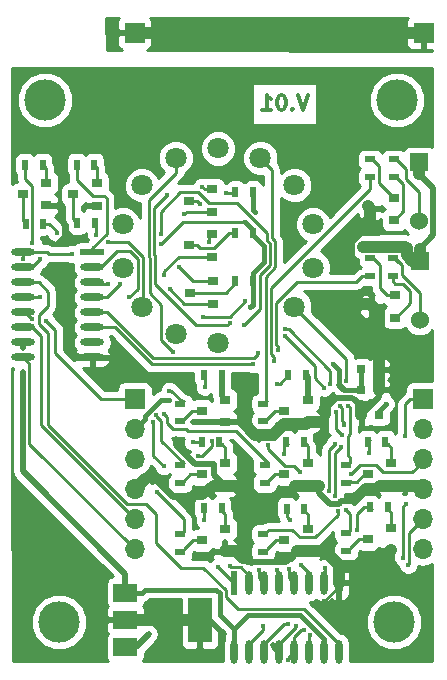
<source format=gbl>
%TF.GenerationSoftware,KiCad,Pcbnew,4.0.7*%
%TF.CreationDate,2017-11-16T17:02:15+08:00*%
%TF.ProjectId,finalRoundNixie,66696E616C526F756E644E697869652E,rev?*%
%TF.FileFunction,Copper,L2,Bot,Signal*%
%FSLAX46Y46*%
G04 Gerber Fmt 4.6, Leading zero omitted, Abs format (unit mm)*
G04 Created by KiCad (PCBNEW 4.0.7) date 11/16/17 17:02:15*
%MOMM*%
%LPD*%
G01*
G04 APERTURE LIST*
%ADD10C,0.100000*%
%ADD11C,0.300000*%
%ADD12R,2.000000X3.800000*%
%ADD13R,2.000000X1.500000*%
%ADD14R,0.800000X0.750000*%
%ADD15R,1.700000X1.700000*%
%ADD16O,1.700000X1.700000*%
%ADD17R,0.900000X0.500000*%
%ADD18R,0.900000X0.800000*%
%ADD19R,1.524000X1.524000*%
%ADD20C,1.524000*%
%ADD21R,2.000000X0.600000*%
%ADD22O,2.000000X0.600000*%
%ADD23R,0.600000X2.000000*%
%ADD24O,0.600000X2.000000*%
%ADD25R,0.500000X0.900000*%
%ADD26C,1.800000*%
%ADD27C,3.500000*%
%ADD28C,0.453000*%
%ADD29C,0.400000*%
%ADD30C,1.000000*%
%ADD31C,0.250000*%
%ADD32C,1.000000*%
%ADD33C,0.500000*%
%ADD34C,0.400000*%
%ADD35C,0.254000*%
G04 APERTURE END LIST*
D10*
D11*
X25740952Y-7248095D02*
X25307619Y-8548095D01*
X24874286Y-7248095D01*
X24440952Y-8424286D02*
X24379047Y-8486190D01*
X24440952Y-8548095D01*
X24502857Y-8486190D01*
X24440952Y-8424286D01*
X24440952Y-8548095D01*
X23574285Y-7248095D02*
X23450476Y-7248095D01*
X23326666Y-7310000D01*
X23264761Y-7371905D01*
X23202857Y-7495714D01*
X23140952Y-7743333D01*
X23140952Y-8052857D01*
X23202857Y-8300476D01*
X23264761Y-8424286D01*
X23326666Y-8486190D01*
X23450476Y-8548095D01*
X23574285Y-8548095D01*
X23698095Y-8486190D01*
X23759999Y-8424286D01*
X23821904Y-8300476D01*
X23883809Y-8052857D01*
X23883809Y-7743333D01*
X23821904Y-7495714D01*
X23759999Y-7371905D01*
X23698095Y-7310000D01*
X23574285Y-7248095D01*
X21902857Y-8548095D02*
X22645714Y-8548095D01*
X22274285Y-8548095D02*
X22274285Y-7248095D01*
X22398095Y-7433810D01*
X22521904Y-7557619D01*
X22645714Y-7619524D01*
D12*
X16600000Y-51700000D03*
D13*
X10300000Y-51700000D03*
X10300000Y-49400000D03*
X10300000Y-54000000D03*
D14*
X31750000Y-32200000D03*
X30250000Y-32200000D03*
D15*
X35500000Y-33000000D03*
D16*
X35500000Y-35540000D03*
X35500000Y-38080000D03*
X35500000Y-40620000D03*
X35500000Y-43160000D03*
X35500000Y-45700000D03*
D15*
X11100000Y-33000000D03*
D16*
X11100000Y-35540000D03*
X11100000Y-38080000D03*
X11100000Y-40620000D03*
X11100000Y-43160000D03*
X11100000Y-45700000D03*
D17*
X33000000Y-12700000D03*
X33000000Y-14200000D03*
X31000000Y-14200000D03*
X31000000Y-12700000D03*
D18*
X33050000Y-15950000D03*
X33050000Y-17850000D03*
X31050000Y-16900000D03*
D19*
X35150000Y-12950000D03*
D20*
X35150000Y-17950000D03*
D19*
X35200000Y-21300000D03*
D20*
X35200000Y-26300000D03*
D21*
X7500000Y-20580000D03*
D22*
X7500000Y-21850000D03*
X7500000Y-23120000D03*
X7500000Y-24390000D03*
X7500000Y-25660000D03*
X7500000Y-26930000D03*
X7500000Y-28200000D03*
X1650000Y-28200000D03*
X1650000Y-26930000D03*
X1650000Y-25660000D03*
X1650000Y-24390000D03*
X1650000Y-23120000D03*
X1650000Y-21850000D03*
X1650000Y-20580000D03*
X7500000Y-29470000D03*
X1650000Y-29470000D03*
D23*
X19490000Y-48570000D03*
D24*
X20760000Y-48570000D03*
X22030000Y-48570000D03*
X23300000Y-48570000D03*
X24570000Y-48570000D03*
X25840000Y-48570000D03*
X27110000Y-48570000D03*
X27110000Y-54420000D03*
X25840000Y-54420000D03*
X24570000Y-54420000D03*
X23300000Y-54420000D03*
X22030000Y-54420000D03*
X20760000Y-54420000D03*
X19490000Y-54420000D03*
X28380000Y-48570000D03*
X28380000Y-54420000D03*
D17*
X32950000Y-21050000D03*
X32950000Y-22550000D03*
X31050000Y-22600000D03*
X31050000Y-21100000D03*
D25*
X23900000Y-36625000D03*
X25400000Y-36625000D03*
X30800000Y-36625000D03*
X32300000Y-36625000D03*
X23950000Y-42275000D03*
X25450000Y-42275000D03*
X16950000Y-31000000D03*
X18450000Y-31000000D03*
X31000000Y-42125000D03*
X32500000Y-42125000D03*
X16750000Y-36625000D03*
X18250000Y-36625000D03*
X16950000Y-42250000D03*
X18450000Y-42250000D03*
X1800000Y-13150000D03*
X3300000Y-13150000D03*
X24100000Y-31000000D03*
X25600000Y-31000000D03*
X7675000Y-13175000D03*
X6175000Y-13175000D03*
X21100000Y-15500000D03*
X19600000Y-15500000D03*
X21100000Y-18950000D03*
X19600000Y-18950000D03*
X21100000Y-23000000D03*
X19600000Y-23000000D03*
D17*
X29000000Y-38625000D03*
X29000000Y-40125000D03*
X14950000Y-33400000D03*
X14950000Y-34900000D03*
X14950000Y-38625000D03*
X14950000Y-40125000D03*
X14950000Y-44425000D03*
X14950000Y-45925000D03*
X21950000Y-33400000D03*
X21950000Y-34900000D03*
X22100000Y-38625000D03*
X22100000Y-40125000D03*
X21950000Y-44425000D03*
X21950000Y-45925000D03*
X29000000Y-44350000D03*
X29000000Y-45850000D03*
D25*
X3350000Y-18150000D03*
X1850000Y-18150000D03*
X7725000Y-18075000D03*
X6225000Y-18075000D03*
D18*
X33150000Y-24200000D03*
X33150000Y-26100000D03*
X31150000Y-25150000D03*
X17650000Y-15250000D03*
X17650000Y-17150000D03*
X15650000Y-16200000D03*
X17650000Y-19050000D03*
X17650000Y-20950000D03*
X15650000Y-20000000D03*
X17750000Y-23050000D03*
X17750000Y-24950000D03*
X15750000Y-24000000D03*
X25750000Y-38425000D03*
X25750000Y-40325000D03*
X23750000Y-39375000D03*
X32800000Y-38425000D03*
X32800000Y-40325000D03*
X30800000Y-39375000D03*
X25750000Y-44000000D03*
X25750000Y-45900000D03*
X23750000Y-44950000D03*
X18750000Y-33050000D03*
X18750000Y-34950000D03*
X16750000Y-34000000D03*
X32800000Y-43925000D03*
X32800000Y-45825000D03*
X30800000Y-44875000D03*
X18750000Y-38425000D03*
X18750000Y-40325000D03*
X16750000Y-39375000D03*
X18750000Y-44000000D03*
X18750000Y-45900000D03*
X16750000Y-44950000D03*
X25750000Y-33050000D03*
X25750000Y-34950000D03*
X23750000Y-34000000D03*
X7875000Y-14725000D03*
X7875000Y-16625000D03*
X5875000Y-15675000D03*
D15*
X11100000Y-2000000D03*
X35550000Y-2000000D03*
D14*
X30250000Y-34350000D03*
X31750000Y-34350000D03*
D18*
X3600000Y-14700000D03*
X3600000Y-16600000D03*
X1600000Y-15650000D03*
D26*
X18143155Y-11785798D03*
X14563614Y-12602805D03*
X11693045Y-14892007D03*
X10100000Y-18200000D03*
X10100000Y-21871596D03*
X11693045Y-25179589D03*
X14563614Y-27468791D03*
X18143155Y-28285798D03*
X24593265Y-25179589D03*
X26186310Y-21871596D03*
X26186310Y-18200000D03*
X24593265Y-14892007D03*
X21722696Y-12602805D03*
D27*
X33030000Y-51900000D03*
X4700000Y-51900000D03*
X3500000Y-7700000D03*
X33300000Y-7700000D03*
D14*
X31750000Y-30500000D03*
X30250000Y-30500000D03*
D28*
X27135030Y-50135030D03*
X24725741Y-52234319D03*
X3850000Y-19750000D03*
X18610000Y-52930000D03*
X22780010Y-53868490D03*
X6160000Y-29300000D03*
X3090000Y-24380000D03*
D29*
X14620000Y-36420000D03*
X16059998Y-34950000D03*
X6925000Y-16700000D03*
X4625000Y-16600000D03*
X29525000Y-24975000D03*
X29500000Y-21650000D03*
X22000000Y-42950000D03*
X18750000Y-45100000D03*
X1650000Y-28719990D03*
D28*
X5790000Y-20720000D03*
X13330000Y-19850000D03*
X1590000Y-21123500D03*
X1600000Y-30740000D03*
D29*
X21254048Y-17159568D03*
X20425000Y-17988616D03*
X27900000Y-30075000D03*
X20850000Y-25250000D03*
X16775000Y-15025000D03*
X14800000Y-21825000D03*
X17375000Y-19699987D03*
X24100000Y-52050000D03*
X25916120Y-52977817D03*
X34240000Y-47050000D03*
X22356139Y-36910010D03*
X17599998Y-36575010D03*
X16470864Y-37822533D03*
X29380000Y-39360000D03*
X25089998Y-39200000D03*
D28*
X28840000Y-1975000D03*
X30110000Y-1975000D03*
X31380000Y-1975000D03*
X32650000Y-1975000D03*
X18680000Y-1975000D03*
X13600000Y-2000000D03*
X14870000Y-2000000D03*
X16200000Y-2000000D03*
D30*
X30450010Y-20149999D03*
D29*
X16900000Y-26025000D03*
X20450000Y-24700000D03*
D28*
X10620155Y-24399500D03*
X14070000Y-23720000D03*
X8830000Y-23280000D03*
X13570000Y-22510000D03*
X15298490Y-17344685D03*
X9850000Y-23300000D03*
X7850000Y-19080000D03*
X8850000Y-19680000D03*
D29*
X4475000Y-18950000D03*
X28624827Y-36027651D03*
X28995500Y-42424809D03*
X28050000Y-41210000D03*
X23845010Y-27697615D03*
X13273761Y-19023761D03*
X27140256Y-32054796D03*
X28106576Y-34098371D03*
X20350000Y-26700000D03*
X28581060Y-37024689D03*
X28475010Y-33600000D03*
X28299248Y-42510012D03*
X27498916Y-40819519D03*
X23845010Y-27097602D03*
X28774990Y-35228547D03*
X19136609Y-26549882D03*
X27636376Y-31701116D03*
X28031942Y-36782854D03*
X13850000Y-15750000D03*
X14336990Y-28985789D03*
X13550000Y-34285002D03*
X12964844Y-40864098D03*
X13550000Y-38700000D03*
X12655318Y-34909800D03*
X12929215Y-34334984D03*
X14025010Y-32299140D03*
X29010655Y-31516402D03*
X29175000Y-33575000D03*
X23101246Y-47470010D03*
X23170000Y-31690000D03*
D28*
X2425001Y-19771104D03*
X3050000Y-21150000D03*
D29*
X21610000Y-47470010D03*
X16990000Y-43230000D03*
X16001067Y-36643534D03*
X19140000Y-47120000D03*
X27180000Y-47280000D03*
X29920000Y-44050000D03*
X17000000Y-31980000D03*
X18140000Y-47230000D03*
X24225010Y-43270000D03*
X25130000Y-47030000D03*
X21911239Y-52258761D03*
X30910000Y-37590000D03*
X24139602Y-47415920D03*
X23700000Y-37650000D03*
D28*
X23230000Y-28870000D03*
X21520000Y-29140000D03*
X21124624Y-30062309D03*
X22870000Y-29790000D03*
D29*
X12280000Y-52890000D03*
X14025010Y-33090632D03*
X32350000Y-33400000D03*
X25450000Y-52600000D03*
D28*
X24026500Y-55100000D03*
D29*
X3570000Y-26360000D03*
X2361109Y-26230088D03*
X33799989Y-46430464D03*
X33970000Y-36120000D03*
X34040000Y-41860000D03*
X18800000Y-15525000D03*
X16650000Y-16450000D03*
D31*
X27135030Y-50135030D02*
X28380000Y-48890060D01*
X28380000Y-48890060D02*
X28380000Y-48570000D01*
X23300000Y-54420000D02*
X23300000Y-53720000D01*
X23300000Y-53720000D02*
X24725741Y-52294259D01*
X24725741Y-52294259D02*
X24725741Y-52234319D01*
X5000001Y-16975001D02*
X5000001Y-19170318D01*
X4625000Y-16600000D02*
X5000001Y-16975001D01*
X4420319Y-19750000D02*
X3850000Y-19750000D01*
X5000001Y-19170318D02*
X4420319Y-19750000D01*
X7875000Y-16625000D02*
X7000000Y-16625000D01*
X7000000Y-16625000D02*
X6925000Y-16700000D01*
X3600000Y-16600000D02*
X4625000Y-16600000D01*
D32*
X31350000Y-47225000D02*
X32750000Y-45825000D01*
X28525000Y-47225000D02*
X31350000Y-47225000D01*
D33*
X16600000Y-51700000D02*
X17380000Y-51700000D01*
X17380000Y-51700000D02*
X18610000Y-52930000D01*
D32*
X16600000Y-51700000D02*
X10300000Y-51700000D01*
D33*
X12800001Y-39780001D02*
X14290000Y-41270000D01*
X14290000Y-41270000D02*
X16855000Y-41270000D01*
X16855000Y-41270000D02*
X17495000Y-40630000D01*
X11949999Y-39780001D02*
X12800001Y-39780001D01*
D32*
X25750000Y-34950000D02*
X25599999Y-35100001D01*
X21298188Y-36010000D02*
X20238188Y-34950000D01*
X25599999Y-35100001D02*
X23710001Y-35100001D01*
X23710001Y-35100001D02*
X22800002Y-36010000D01*
X22800002Y-36010000D02*
X21298188Y-36010000D01*
D33*
X26700000Y-40325000D02*
X26700000Y-40963617D01*
X28592002Y-41630002D02*
X29299998Y-41630002D01*
X26700000Y-40963617D02*
X27596385Y-41860002D01*
X27596385Y-41860002D02*
X28362002Y-41860002D01*
X28362002Y-41860002D02*
X28592002Y-41630002D01*
X29299998Y-41630002D02*
X30605000Y-40325000D01*
X30605000Y-40325000D02*
X31850000Y-40325000D01*
X24662998Y-40325000D02*
X23967998Y-41020000D01*
X23350000Y-41020000D02*
X22340000Y-42030000D01*
X23967998Y-41020000D02*
X23350000Y-41020000D01*
X22340000Y-42030000D02*
X22340000Y-42610000D01*
X22340000Y-42610000D02*
X22000000Y-42950000D01*
D32*
X20600000Y-41225000D02*
X20600000Y-41550000D01*
X20600000Y-41550000D02*
X22000000Y-42950000D01*
D33*
X20620000Y-46820000D02*
X23880000Y-46820000D01*
X23880000Y-46820000D02*
X24800000Y-45900000D01*
X20225001Y-46425001D02*
X20620000Y-46820000D01*
D31*
X23300000Y-54420000D02*
X23423500Y-54420000D01*
D33*
X23300000Y-54420000D02*
X23378009Y-54341991D01*
X23300000Y-54420000D02*
X23300000Y-54388480D01*
X23300000Y-54388480D02*
X23006509Y-54094989D01*
X23006509Y-54094989D02*
X22780010Y-53868490D01*
D31*
X6160000Y-29300000D02*
X7330000Y-29300000D01*
X7330000Y-29300000D02*
X7500000Y-29470000D01*
X1650000Y-24390000D02*
X3080000Y-24390000D01*
X3080000Y-24390000D02*
X3090000Y-24380000D01*
X1650000Y-24390000D02*
X2540000Y-24390000D01*
D33*
X16212998Y-38515000D02*
X14620000Y-36922002D01*
X18700000Y-40325000D02*
X17800000Y-39425000D01*
X17800000Y-38515000D02*
X16212998Y-38515000D01*
X17800000Y-39425000D02*
X17800000Y-38515000D01*
X14620000Y-36922002D02*
X14620000Y-36420000D01*
X18750000Y-34950000D02*
X16059998Y-34950000D01*
D32*
X25750000Y-40325000D02*
X26700000Y-40325000D01*
X28380000Y-48570000D02*
X28380000Y-47370000D01*
X28380000Y-47370000D02*
X28525000Y-47225000D01*
X25750000Y-45900000D02*
X24800000Y-45900000D01*
X27200000Y-45900000D02*
X28525000Y-47225000D01*
X32750000Y-45825000D02*
X32800000Y-45825000D01*
X25750000Y-45900000D02*
X27200000Y-45900000D01*
X30850000Y-16700000D02*
X31050000Y-16900000D01*
X29525000Y-24975000D02*
X30975000Y-24975000D01*
X30975000Y-24975000D02*
X31150000Y-25150000D01*
D33*
X29500000Y-19350000D02*
X29500000Y-21650000D01*
D32*
X31050000Y-16900000D02*
X31050000Y-17800000D01*
X31050000Y-17800000D02*
X29500000Y-19350000D01*
X31750000Y-32200000D02*
X31750000Y-25750000D01*
X31750000Y-25750000D02*
X31150000Y-25150000D01*
X26823630Y-34950000D02*
X25750000Y-34950000D01*
D33*
X27456575Y-33555216D02*
X27456575Y-34317055D01*
X27456575Y-34317055D02*
X26823630Y-34950000D01*
X29536994Y-32974990D02*
X29484258Y-32922254D01*
X29638178Y-32974990D02*
X29536994Y-32974990D01*
X30250000Y-33586812D02*
X29638178Y-32974990D01*
X28089537Y-32922254D02*
X27456575Y-33555216D01*
D32*
X30250000Y-34350000D02*
X30250000Y-33586812D01*
D33*
X29484258Y-32922254D02*
X28089537Y-32922254D01*
D32*
X18700000Y-40325000D02*
X18750000Y-40325000D01*
X31850000Y-40325000D02*
X32800000Y-40325000D01*
X17800000Y-40325000D02*
X18750000Y-40325000D01*
X17495000Y-40630000D02*
X17800000Y-40325000D01*
X11100000Y-40630000D02*
X11949999Y-39780001D01*
D33*
X18750000Y-34950000D02*
X20238188Y-34950000D01*
X31750000Y-32200000D02*
X31750000Y-32850000D01*
X31750000Y-32850000D02*
X30250000Y-34350000D01*
D32*
X24662998Y-40325000D02*
X25750000Y-40325000D01*
X18750000Y-40325000D02*
X19700000Y-40325000D01*
X19700000Y-40325000D02*
X20600000Y-41225000D01*
D33*
X18750000Y-45100000D02*
X18750000Y-45900000D01*
D32*
X18750000Y-45900000D02*
X19700000Y-45900000D01*
X19700000Y-45900000D02*
X20225001Y-46425001D01*
X32800000Y-40325000D02*
X35105000Y-40325000D01*
X35105000Y-40325000D02*
X35550000Y-40770000D01*
D33*
X1650000Y-28200000D02*
X1650000Y-28719990D01*
X28775000Y-32200000D02*
X28350000Y-31775000D01*
D34*
X30250000Y-32200000D02*
X28800000Y-32200000D01*
X28350000Y-31775000D02*
X28350000Y-30525000D01*
D33*
X28800000Y-32200000D02*
X28775000Y-32200000D01*
D34*
X28350000Y-30525000D02*
X27900000Y-30075000D01*
X20674989Y-51295011D02*
X19490000Y-52480000D01*
X27110000Y-53311996D02*
X25093015Y-51295011D01*
X27110000Y-54420000D02*
X27110000Y-53311996D01*
X25093015Y-51295011D02*
X20674989Y-51295011D01*
D31*
X5790000Y-20720000D02*
X3803778Y-20720000D01*
X3803778Y-20720000D02*
X3663778Y-20580000D01*
X3663778Y-20580000D02*
X1650000Y-20580000D01*
D33*
X10300000Y-49400000D02*
X10300000Y-47820000D01*
X10300000Y-47820000D02*
X1600000Y-39120000D01*
X1600000Y-39120000D02*
X1600000Y-30740000D01*
D34*
X11700000Y-49400000D02*
X10300000Y-49400000D01*
X11960000Y-49140000D02*
X11700000Y-49400000D01*
X17980000Y-49140000D02*
X11960000Y-49140000D01*
X19490000Y-52480000D02*
X18274989Y-51264989D01*
X18274989Y-49434991D02*
X17980000Y-49140000D01*
X18274989Y-51264989D02*
X18274989Y-49434991D01*
D31*
X15200000Y-17980000D02*
X13330000Y-19850000D01*
X19267766Y-17980000D02*
X15200000Y-17980000D01*
X20425000Y-17988616D02*
X19276382Y-17988616D01*
X19276382Y-17988616D02*
X19267766Y-17980000D01*
X1650000Y-20580000D02*
X1650000Y-21063500D01*
X1650000Y-21063500D02*
X1590000Y-21123500D01*
D34*
X19490000Y-54420000D02*
X19490000Y-52480000D01*
X30250000Y-30500000D02*
X30250000Y-32200000D01*
X21100000Y-18950000D02*
X21100000Y-18663616D01*
X21100000Y-18663616D02*
X20425000Y-17988616D01*
X21100000Y-17005520D02*
X21254048Y-17159568D01*
X21100000Y-15500000D02*
X21100000Y-17005520D01*
X22000000Y-21425000D02*
X22000000Y-20050000D01*
X22000000Y-20050000D02*
X21100000Y-19150000D01*
X21100000Y-19150000D02*
X21100000Y-18950000D01*
X21100000Y-22325000D02*
X22000000Y-21425000D01*
X21100000Y-23000000D02*
X21100000Y-22325000D01*
X21100000Y-25000000D02*
X20850000Y-25250000D01*
X21100000Y-23000000D02*
X21100000Y-25000000D01*
D31*
X17650000Y-15250000D02*
X17000000Y-15250000D01*
X17000000Y-15250000D02*
X16775000Y-15025000D01*
X17750000Y-23050000D02*
X16025000Y-23050000D01*
X16025000Y-23050000D02*
X14800000Y-21825000D01*
X17375000Y-19417145D02*
X17375000Y-19699987D01*
X17375000Y-19325000D02*
X17375000Y-19417145D01*
X17650000Y-19050000D02*
X17375000Y-19325000D01*
X17650000Y-19050000D02*
X17700000Y-19050000D01*
X23700000Y-52050000D02*
X24100000Y-52050000D01*
X22030000Y-53720000D02*
X23700000Y-52050000D01*
X22030000Y-54420000D02*
X22030000Y-53720000D01*
X25840000Y-53053937D02*
X25916120Y-52977817D01*
X25840000Y-54420000D02*
X25840000Y-53053937D01*
X3120000Y-35180000D02*
X11100000Y-43160000D01*
X3120000Y-27700000D02*
X3120000Y-35180000D01*
X1650000Y-26930000D02*
X2350000Y-26930000D01*
X2350000Y-26930000D02*
X3120000Y-27700000D01*
X34240000Y-47050000D02*
X34240000Y-47040000D01*
X34240000Y-47040000D02*
X34324999Y-46955001D01*
X34324999Y-46955001D02*
X34324999Y-44335001D01*
X34324999Y-44335001D02*
X35500000Y-43160000D01*
X23813286Y-38649999D02*
X22356139Y-37192852D01*
X24539997Y-38649999D02*
X23813286Y-38649999D01*
X22356139Y-37192852D02*
X22356139Y-36910010D01*
X25089998Y-39200000D02*
X24539997Y-38649999D01*
X17599998Y-36976241D02*
X17599998Y-36575010D01*
X16470864Y-37822533D02*
X16753706Y-37822533D01*
X16753706Y-37822533D02*
X17599998Y-36976241D01*
X29430000Y-39360000D02*
X29380000Y-39360000D01*
X32107853Y-39179999D02*
X31547855Y-38620001D01*
X30169999Y-38620001D02*
X29430000Y-39360000D01*
X34600001Y-39179999D02*
X32107853Y-39179999D01*
X31547855Y-38620001D02*
X30169999Y-38620001D01*
X35550000Y-38230000D02*
X34600001Y-39179999D01*
D33*
X36362001Y-19125999D02*
X35200000Y-20288000D01*
X36362001Y-15174001D02*
X35150000Y-13962000D01*
D32*
X18680000Y-1975000D02*
X28840000Y-1975000D01*
X30110000Y-1975000D02*
X28840000Y-1975000D01*
X31380000Y-1975000D02*
X30110000Y-1975000D01*
X31380000Y-1975000D02*
X33920000Y-1975000D01*
X32650000Y-1975000D02*
X31380000Y-1975000D01*
X33920000Y-1975000D02*
X34850000Y-1975000D01*
X33920000Y-1975000D02*
X32650000Y-1975000D01*
X11350000Y-1975000D02*
X18680000Y-1975000D01*
D33*
X36362001Y-19125999D02*
X36362001Y-15174001D01*
D32*
X35200000Y-21300000D02*
X34550011Y-21300000D01*
X34550011Y-21300000D02*
X34550010Y-21283270D01*
X34550010Y-21283270D02*
X34100001Y-20833261D01*
X34100001Y-20833261D02*
X34100001Y-20239999D01*
X34100001Y-20239999D02*
X33960001Y-20099999D01*
X31939999Y-20099999D02*
X31889999Y-20149999D01*
X33960001Y-20099999D02*
X31939999Y-20099999D01*
X31889999Y-20149999D02*
X30450010Y-20149999D01*
D31*
X19125000Y-26025000D02*
X16900000Y-26025000D01*
X20450000Y-24700000D02*
X19125000Y-26025000D01*
D32*
X34850000Y-1975000D02*
X34900000Y-1925000D01*
X35200000Y-21300000D02*
X35200000Y-20288000D01*
X35150000Y-13962000D02*
X35150000Y-12950000D01*
X35150000Y-2175000D02*
X34900000Y-1925000D01*
D31*
X2175011Y-29995011D02*
X1650000Y-29470000D01*
X2175011Y-36775011D02*
X2175011Y-29995011D01*
X11100000Y-45700000D02*
X2175011Y-36775011D01*
X7875000Y-14725000D02*
X7875000Y-13375000D01*
X7875000Y-13375000D02*
X7675000Y-13175000D01*
X5875000Y-15675000D02*
X5875000Y-17725000D01*
X5875000Y-17725000D02*
X6225000Y-18075000D01*
D33*
X25750000Y-33050000D02*
X25750000Y-31150000D01*
X25750000Y-31150000D02*
X25600000Y-31000000D01*
D31*
X25600000Y-32900000D02*
X25750000Y-33050000D01*
X23750000Y-34000000D02*
X22950000Y-34000000D01*
X22950000Y-34000000D02*
X22250000Y-34700000D01*
X3600000Y-14700000D02*
X3600000Y-13450000D01*
X3600000Y-13450000D02*
X3300000Y-13150000D01*
X1600000Y-15650000D02*
X1600000Y-17900000D01*
X1600000Y-17900000D02*
X1850000Y-18150000D01*
X18750000Y-44000000D02*
X18750000Y-42750000D01*
X18750000Y-42750000D02*
X18450000Y-42450000D01*
X16750000Y-44950000D02*
X16025000Y-44950000D01*
X16025000Y-44950000D02*
X15250000Y-45725000D01*
X18750000Y-38425000D02*
X18750000Y-37125000D01*
X18750000Y-37125000D02*
X18450000Y-36825000D01*
X16750000Y-39375000D02*
X15800000Y-39375000D01*
X15800000Y-39375000D02*
X15250000Y-39925000D01*
X32800000Y-43925000D02*
X32800000Y-42625000D01*
X32800000Y-42625000D02*
X32500000Y-42325000D01*
X30800000Y-44875000D02*
X30075000Y-44875000D01*
X30075000Y-44875000D02*
X29300000Y-45650000D01*
D33*
X18450000Y-31000000D02*
X18450000Y-32750000D01*
X18450000Y-32750000D02*
X18750000Y-33050000D01*
D31*
X16750000Y-34000000D02*
X15950000Y-34000000D01*
X15950000Y-34000000D02*
X15250000Y-34700000D01*
X25750000Y-44000000D02*
X25750000Y-42775000D01*
X25750000Y-42775000D02*
X25450000Y-42475000D01*
X23750000Y-44950000D02*
X23025000Y-44950000D01*
X23025000Y-44950000D02*
X22250000Y-45725000D01*
X32800000Y-38425000D02*
X32800000Y-37125000D01*
X32800000Y-37125000D02*
X32500000Y-36825000D01*
X30522002Y-39375000D02*
X29902001Y-39995001D01*
X29902001Y-39995001D02*
X29370001Y-39995001D01*
X29370001Y-39995001D02*
X29300000Y-39925000D01*
X30800000Y-39375000D02*
X30522002Y-39375000D01*
X25750000Y-38425000D02*
X25750000Y-36975000D01*
X25750000Y-36975000D02*
X25600000Y-36825000D01*
X23750000Y-39375000D02*
X22950000Y-39375000D01*
X22950000Y-39375000D02*
X22400000Y-39925000D01*
X11357432Y-23662223D02*
X10620155Y-24399500D01*
X11357432Y-21127432D02*
X11357432Y-23662223D01*
X9590000Y-20460000D02*
X10690000Y-20460000D01*
X8200000Y-21850000D02*
X9590000Y-20460000D01*
X7500000Y-21850000D02*
X8200000Y-21850000D01*
X10690000Y-20460000D02*
X11357432Y-21127432D01*
X17750000Y-24950000D02*
X15300000Y-24950000D01*
X15300000Y-24950000D02*
X14070000Y-23720000D01*
X17750000Y-24950000D02*
X17700000Y-24950000D01*
X14809681Y-20950000D02*
X13570000Y-22189681D01*
X13570000Y-22189681D02*
X13570000Y-22510000D01*
X17650000Y-20950000D02*
X14809681Y-20950000D01*
X8830000Y-23280000D02*
X7660000Y-23280000D01*
X7660000Y-23280000D02*
X7500000Y-23120000D01*
X15493175Y-17150000D02*
X15298490Y-17344685D01*
X17650000Y-17150000D02*
X15493175Y-17150000D01*
X8760000Y-24390000D02*
X9850000Y-23300000D01*
X7500000Y-24390000D02*
X8760000Y-24390000D01*
X17525000Y-17275000D02*
X17650000Y-17150000D01*
X33150000Y-24200000D02*
X32450000Y-24200000D01*
X32450000Y-24200000D02*
X31825001Y-23575001D01*
X31825001Y-23575001D02*
X31825001Y-21675001D01*
X31825001Y-21675001D02*
X31250000Y-21100000D01*
X31250000Y-21100000D02*
X31050000Y-21100000D01*
X32950000Y-22550000D02*
X32950000Y-23050000D01*
X32950000Y-23050000D02*
X33150000Y-23250000D01*
X33150000Y-23250000D02*
X33825000Y-23250000D01*
X34425000Y-23850000D02*
X34425000Y-24850000D01*
X33825000Y-23250000D02*
X34425000Y-23850000D01*
X34425000Y-24850000D02*
X33175000Y-26100000D01*
X33175000Y-26100000D02*
X33150000Y-26100000D01*
X10546411Y-19680000D02*
X11830000Y-20963589D01*
X11830000Y-25042634D02*
X11693045Y-25179589D01*
X8850000Y-19680000D02*
X10546411Y-19680000D01*
X11830000Y-20963589D02*
X11830000Y-25042634D01*
X7850000Y-19080000D02*
X7850000Y-18200000D01*
X7850000Y-18200000D02*
X7725000Y-18075000D01*
X7725000Y-18075000D02*
X7725000Y-18275000D01*
X4475000Y-18775000D02*
X4475000Y-18950000D01*
X3350000Y-18150000D02*
X3850000Y-18150000D01*
X3850000Y-18150000D02*
X4475000Y-18775000D01*
X3350000Y-18150000D02*
X3350000Y-18350000D01*
X14939999Y-15474999D02*
X13273761Y-17141237D01*
X16452003Y-15474999D02*
X14939999Y-15474999D01*
X17402003Y-16424999D02*
X16452003Y-15474999D01*
X13273761Y-17141237D02*
X13273761Y-18740919D01*
X20350000Y-26700000D02*
X21686400Y-25363600D01*
X19777001Y-16424999D02*
X17402003Y-16424999D01*
X22275011Y-18923009D02*
X19777001Y-16424999D01*
X22275011Y-19582534D02*
X22275011Y-18923009D01*
X13273761Y-18740919D02*
X13273761Y-19023761D01*
X22525011Y-19832534D02*
X22275011Y-19582534D01*
X21686400Y-22481076D02*
X22525011Y-21642466D01*
X22525011Y-21642466D02*
X22525011Y-19832534D01*
X21686400Y-25363600D02*
X21686400Y-22481076D01*
X28106576Y-35509400D02*
X28624827Y-36027651D01*
X28106576Y-34098371D02*
X28106576Y-35509400D01*
X26325011Y-30177616D02*
X23845010Y-27697615D01*
X26325011Y-31239551D02*
X26325011Y-30177616D01*
X27140256Y-32054796D02*
X26325011Y-31239551D01*
X29300000Y-44150000D02*
X29300000Y-42729309D01*
X28581060Y-37024689D02*
X28050000Y-37555749D01*
X28050000Y-37555749D02*
X28050000Y-41210000D01*
X29300000Y-42729309D02*
X28995500Y-42424809D01*
X28665009Y-33789999D02*
X28475010Y-33600000D01*
X28774990Y-34945705D02*
X28665009Y-34835724D01*
X28774990Y-35228547D02*
X28774990Y-34945705D01*
X28665009Y-34835724D02*
X28665009Y-33789999D01*
X22250000Y-44225000D02*
X22375000Y-44100000D01*
X22375000Y-44100000D02*
X24414998Y-44100000D01*
X24414998Y-44100000D02*
X25039999Y-44725001D01*
X25039999Y-44725001D02*
X26367101Y-44725001D01*
X26367101Y-44725001D02*
X28299248Y-42792854D01*
X28299248Y-42792854D02*
X28299248Y-42510012D01*
X27531110Y-37283686D02*
X27531110Y-40504483D01*
X28031942Y-36782854D02*
X27531110Y-37283686D01*
X27498916Y-40536677D02*
X27498916Y-40819519D01*
X27531110Y-40504483D02*
X27498916Y-40536677D01*
X18936610Y-26749881D02*
X19136609Y-26549882D01*
X16293659Y-26749881D02*
X18936610Y-26749881D01*
X12748760Y-20798121D02*
X12793177Y-20842538D01*
X12748760Y-16851240D02*
X12748760Y-20798121D01*
X12793177Y-23249399D02*
X16293659Y-26749881D01*
X12793177Y-20842538D02*
X12793177Y-23249399D01*
X13850000Y-15750000D02*
X12748760Y-16851240D01*
X27636376Y-31701116D02*
X27636376Y-30606126D01*
X27636376Y-30606126D02*
X24127852Y-27097602D01*
X24127852Y-27097602D02*
X23845010Y-27097602D01*
X12298749Y-20984521D02*
X12343166Y-21028938D01*
X14563614Y-13875597D02*
X12298749Y-16140462D01*
X14563614Y-12602805D02*
X14563614Y-13875597D01*
X12298749Y-16140462D02*
X12298749Y-20984521D01*
X13326400Y-27975199D02*
X14336990Y-28985789D01*
X12343166Y-24016708D02*
X13326400Y-24999942D01*
X13326400Y-24999942D02*
X13326400Y-27975199D01*
X12343166Y-21028938D02*
X12343166Y-24016708D01*
X13790000Y-34525002D02*
X13550000Y-34285002D01*
X14339987Y-35574989D02*
X13790000Y-35025002D01*
X15458177Y-35574989D02*
X14339987Y-35574989D01*
X19650001Y-35675001D02*
X15558189Y-35675001D01*
X22400000Y-38425000D02*
X19650001Y-35675001D01*
X15558189Y-35675001D02*
X15458177Y-35574989D01*
X13790000Y-35025002D02*
X13790000Y-34525002D01*
X22250000Y-33200000D02*
X22169978Y-33119978D01*
X22169978Y-33119978D02*
X22169978Y-22633910D01*
X22725022Y-13605131D02*
X21722696Y-12602805D01*
X22169978Y-22633910D02*
X22975022Y-21828866D01*
X22975022Y-21828866D02*
X22975022Y-19646134D01*
X22975022Y-19646134D02*
X22725022Y-19396134D01*
X22725022Y-19396134D02*
X22725022Y-13605131D01*
X15250000Y-43149254D02*
X12964844Y-40864098D01*
X15250000Y-44225000D02*
X15250000Y-43149254D01*
X12655318Y-37805318D02*
X12655318Y-34909800D01*
X13550000Y-38700000D02*
X12655318Y-37805318D01*
X13339989Y-36514989D02*
X13339989Y-34851993D01*
X13339989Y-34851993D02*
X12929215Y-34441219D01*
X15250000Y-38425000D02*
X13339989Y-36514989D01*
X12929215Y-34441219D02*
X12929215Y-34334984D01*
X15050000Y-33200000D02*
X14149140Y-32299140D01*
X14149140Y-32299140D02*
X14025010Y-32299140D01*
X15250000Y-33200000D02*
X15050000Y-33200000D01*
X29010655Y-29596979D02*
X29010655Y-31233560D01*
X29010655Y-31233560D02*
X29010655Y-31516402D01*
X24593265Y-25179589D02*
X29010655Y-29596979D01*
X29300000Y-36000000D02*
X29300000Y-33674999D01*
X29300000Y-33674999D02*
X29274999Y-33674999D01*
X29300000Y-37925000D02*
X29175000Y-37800000D01*
X29300000Y-38425000D02*
X29300000Y-37925000D01*
X29274999Y-33674999D02*
X29175000Y-33575000D01*
X29175000Y-37800000D02*
X29175000Y-36125000D01*
X29175000Y-36125000D02*
X29300000Y-36000000D01*
X7500000Y-20246222D02*
X7500000Y-20580000D01*
X8700009Y-16015007D02*
X8700009Y-19046213D01*
X8700009Y-19046213D02*
X7500000Y-20246222D01*
X8484993Y-15799991D02*
X8700009Y-16015007D01*
X7514989Y-15799991D02*
X8484993Y-15799991D01*
X6175000Y-14460002D02*
X7514989Y-15799991D01*
X6175000Y-13175000D02*
X6175000Y-14460002D01*
X23300000Y-48570000D02*
X23101246Y-48371246D01*
X23101246Y-48371246D02*
X23101246Y-47752852D01*
X23101246Y-47752852D02*
X23101246Y-47470010D01*
X23170000Y-31690000D02*
X23410000Y-31690000D01*
X23410000Y-31690000D02*
X24100000Y-31000000D01*
X2350000Y-21850000D02*
X3050000Y-21150000D01*
X1650000Y-21850000D02*
X2350000Y-21850000D01*
X1336103Y-21850000D02*
X1650000Y-21850000D01*
X2425001Y-14960003D02*
X2425001Y-19771104D01*
X1800000Y-14335002D02*
X2425001Y-14960003D01*
X1800000Y-13150000D02*
X1800000Y-14335002D01*
X1800000Y-13150000D02*
X1800000Y-13350000D01*
X1825000Y-13175000D02*
X1800000Y-13150000D01*
X21610000Y-48150000D02*
X21610000Y-47470010D01*
X22030000Y-48570000D02*
X21610000Y-48150000D01*
X16990000Y-43230000D02*
X16990000Y-42290000D01*
X16990000Y-42290000D02*
X16950000Y-42250000D01*
X16950000Y-42450000D02*
X16950000Y-42250000D01*
X16750000Y-36625000D02*
X16019601Y-36625000D01*
X16019601Y-36625000D02*
X16001067Y-36643534D01*
X16835690Y-36825000D02*
X16827024Y-36833666D01*
X16750000Y-36625000D02*
X16750000Y-36825000D01*
X20760000Y-48570000D02*
X20760000Y-47954998D01*
X20760000Y-47954998D02*
X20050001Y-47244999D01*
X20050001Y-47244999D02*
X19264999Y-47244999D01*
X19264999Y-47244999D02*
X19140000Y-47120000D01*
X27180000Y-47280000D02*
X27180000Y-48500000D01*
X27180000Y-48500000D02*
X27110000Y-48570000D01*
X29920000Y-42705000D02*
X29920000Y-44050000D01*
X31000000Y-42125000D02*
X30500000Y-42125000D01*
X30500000Y-42125000D02*
X29920000Y-42705000D01*
X31125000Y-42350000D02*
X31150000Y-42325000D01*
X17000000Y-31980000D02*
X17000000Y-31050000D01*
X17000000Y-31050000D02*
X16950000Y-31000000D01*
X19490000Y-48570000D02*
X19480000Y-48570000D01*
X19480000Y-48570000D02*
X18140000Y-47230000D01*
X23950000Y-42994990D02*
X24225010Y-43270000D01*
X23950000Y-42275000D02*
X23950000Y-42994990D01*
X25840000Y-48570000D02*
X25840000Y-47740000D01*
X25840000Y-47740000D02*
X25130000Y-47030000D01*
X23899990Y-42424990D02*
X23780173Y-42424990D01*
X23950000Y-42475000D02*
X23899990Y-42424990D01*
X21911239Y-52568761D02*
X21911239Y-52258761D01*
X20760000Y-53720000D02*
X21911239Y-52568761D01*
X20760000Y-54420000D02*
X20760000Y-53720000D01*
X30910000Y-37590000D02*
X30910000Y-36735000D01*
X30910000Y-36735000D02*
X30800000Y-36625000D01*
X31000000Y-36450000D02*
X30917365Y-36532635D01*
X24139602Y-48139602D02*
X24139602Y-47415920D01*
X24570000Y-48570000D02*
X24139602Y-48139602D01*
X23700000Y-37650000D02*
X23700000Y-36825000D01*
X23700000Y-36825000D02*
X23900000Y-36625000D01*
X24000000Y-36725000D02*
X24100000Y-36825000D01*
X28380000Y-54420000D02*
X28380000Y-53720000D01*
X25430000Y-50770000D02*
X19804998Y-50770000D01*
X28380000Y-53720000D02*
X25430000Y-50770000D01*
X19804998Y-50770000D02*
X18800000Y-49765002D01*
X16910000Y-47270000D02*
X15009998Y-47270000D01*
X12900000Y-42750000D02*
X12050000Y-41900000D01*
X18800000Y-49765002D02*
X18800000Y-49160000D01*
X2975010Y-25891214D02*
X3761502Y-25104722D01*
X18800000Y-49160000D02*
X16910000Y-47270000D01*
X10476410Y-41900000D02*
X3770011Y-35193601D01*
X15009998Y-47270000D02*
X12900000Y-45160002D01*
X12900000Y-45160002D02*
X12900000Y-42750000D01*
X12050000Y-41900000D02*
X10476410Y-41900000D01*
X2975010Y-26622014D02*
X2975010Y-25891214D01*
X3770011Y-35193601D02*
X3770011Y-27417015D01*
X3770011Y-27417015D02*
X2975010Y-26622014D01*
X3761502Y-25104722D02*
X3761502Y-23905278D01*
X3761502Y-23905278D02*
X2976224Y-23120000D01*
X2976224Y-23120000D02*
X1650000Y-23120000D01*
X35200000Y-23988589D02*
X35200000Y-26300000D01*
X33725001Y-22513590D02*
X35200000Y-23988589D01*
X33725001Y-21625001D02*
X33725001Y-22513590D01*
X32950000Y-21050000D02*
X33150000Y-21050000D01*
X33150000Y-21050000D02*
X33725001Y-21625001D01*
X33725001Y-21625001D02*
X32950000Y-21050000D01*
X35150000Y-15513589D02*
X35150000Y-17950000D01*
X34050009Y-14413598D02*
X35150000Y-15513589D01*
X34050009Y-13550009D02*
X34050009Y-14413598D01*
X33200000Y-12700000D02*
X34050009Y-13550009D01*
X33000000Y-12700000D02*
X33200000Y-12700000D01*
X33050000Y-15950000D02*
X33000000Y-15950000D01*
X33000000Y-15950000D02*
X31775001Y-14725001D01*
X31775001Y-14725001D02*
X31775001Y-13275001D01*
X31775001Y-13275001D02*
X31200000Y-12700000D01*
X31200000Y-12700000D02*
X31000000Y-12700000D01*
X33000000Y-14200000D02*
X33200000Y-14200000D01*
X33825001Y-14825001D02*
X33825001Y-17124999D01*
X33200000Y-14200000D02*
X33825001Y-14825001D01*
X33825001Y-17124999D02*
X33100000Y-17850000D01*
X33100000Y-17850000D02*
X33050000Y-17850000D01*
X23069999Y-28389680D02*
X23069999Y-24889853D01*
X23069999Y-24889853D02*
X24863255Y-23096597D01*
X29853403Y-23096597D02*
X30350000Y-22600000D01*
X24863255Y-23096597D02*
X29853403Y-23096597D01*
X30350000Y-22600000D02*
X31050000Y-22600000D01*
X23230000Y-28870000D02*
X23230000Y-28549681D01*
X23230000Y-28549681D02*
X23069999Y-28389680D01*
X21169201Y-29510799D02*
X21520000Y-29160000D01*
X21520000Y-29160000D02*
X21520000Y-29140000D01*
X8750000Y-25660000D02*
X12600799Y-29510799D01*
X7500000Y-25660000D02*
X8750000Y-25660000D01*
X12600799Y-29510799D02*
X21169201Y-29510799D01*
X22870000Y-29790000D02*
X22870000Y-29469681D01*
X22619989Y-29219670D02*
X22619989Y-23624915D01*
X22619989Y-23624915D02*
X31000000Y-15244904D01*
X22870000Y-29469681D02*
X22619989Y-29219670D01*
X31000000Y-15244904D02*
X31000000Y-14200000D01*
X12515898Y-30062309D02*
X21124624Y-30062309D01*
X9383589Y-26930000D02*
X12515898Y-30062309D01*
X7500000Y-26930000D02*
X9383589Y-26930000D01*
X30950000Y-14250000D02*
X31000000Y-14200000D01*
D33*
X10300000Y-54000000D02*
X11170000Y-54000000D01*
X11170000Y-54000000D02*
X12280000Y-52890000D01*
X10300000Y-54000000D02*
X10560002Y-54000000D01*
X10560002Y-54000000D02*
X10570002Y-53990000D01*
D34*
X13285565Y-33090632D02*
X14025010Y-33090632D01*
X11949999Y-34426198D02*
X13285565Y-33090632D01*
X11949999Y-34700001D02*
X11949999Y-34426198D01*
X11100000Y-35550000D02*
X11949999Y-34700001D01*
X31750000Y-34350000D02*
X31750000Y-34000000D01*
X31750000Y-34000000D02*
X32350000Y-33400000D01*
D31*
X24570000Y-53170000D02*
X25140000Y-52600000D01*
X24570000Y-54420000D02*
X24570000Y-53170000D01*
X25140000Y-52600000D02*
X25450000Y-52600000D01*
X24026500Y-55100000D02*
X24026500Y-54963500D01*
X24026500Y-54963500D02*
X24570000Y-54420000D01*
X11100000Y-33000000D02*
X8240000Y-33000000D01*
X8240000Y-33000000D02*
X4369999Y-29129999D01*
X4369999Y-29129999D02*
X4369999Y-27159999D01*
X4369999Y-27159999D02*
X3570000Y-26360000D01*
X1650000Y-25660000D02*
X1791021Y-25660000D01*
X1791021Y-25660000D02*
X2361109Y-26230088D01*
X33799989Y-42100011D02*
X33799989Y-46430464D01*
X34040000Y-41860000D02*
X33799989Y-42100011D01*
X1710000Y-25600000D02*
X1650000Y-25660000D01*
X33970000Y-36120000D02*
X33970000Y-33430000D01*
X34400000Y-33000000D02*
X35500000Y-33000000D01*
X33970000Y-33430000D02*
X34400000Y-33000000D01*
X34889998Y-33150000D02*
X35550000Y-33150000D01*
X15750000Y-24000000D02*
X18800000Y-24000000D01*
X18800000Y-24000000D02*
X19600000Y-23200000D01*
X19600000Y-23200000D02*
X19600000Y-23000000D01*
X15750000Y-24000000D02*
X15700000Y-24000000D01*
X19550000Y-23050000D02*
X19600000Y-23000000D01*
X16350000Y-20000000D02*
X16574999Y-20224999D01*
X19100000Y-18950000D02*
X19600000Y-18950000D01*
X17825001Y-20224999D02*
X19100000Y-18950000D01*
X16574999Y-20224999D02*
X17825001Y-20224999D01*
X15650000Y-20000000D02*
X16350000Y-20000000D01*
X15650000Y-20000000D02*
X15700000Y-20000000D01*
X18800000Y-15525000D02*
X19575000Y-15525000D01*
X19575000Y-15525000D02*
X19600000Y-15500000D01*
X15650000Y-16200000D02*
X16400000Y-16200000D01*
X16400000Y-16200000D02*
X16650000Y-16450000D01*
D35*
G36*
X796108Y-30380760D02*
X782367Y-30401325D01*
X758970Y-30518949D01*
X738650Y-30567885D01*
X738603Y-30621338D01*
X715000Y-30740000D01*
X715000Y-39119995D01*
X714999Y-39120000D01*
X755210Y-39322149D01*
X782367Y-39458675D01*
X925154Y-39672372D01*
X974210Y-39745790D01*
X9241911Y-48013490D01*
X9064683Y-48046838D01*
X8848559Y-48185910D01*
X8703569Y-48398110D01*
X8652560Y-48650000D01*
X8652560Y-50150000D01*
X8696838Y-50385317D01*
X8802482Y-50549492D01*
X8761673Y-50590301D01*
X8665000Y-50823690D01*
X8665000Y-51414250D01*
X8823750Y-51573000D01*
X10173000Y-51573000D01*
X10173000Y-51553000D01*
X10427000Y-51553000D01*
X10427000Y-51573000D01*
X11776250Y-51573000D01*
X11935000Y-51414250D01*
X11935000Y-50823690D01*
X11838327Y-50590301D01*
X11796366Y-50548340D01*
X11896431Y-50401890D01*
X11939890Y-50187283D01*
X12019541Y-50171439D01*
X12290434Y-49990434D01*
X12305868Y-49975000D01*
X14965000Y-49975000D01*
X14965000Y-51414250D01*
X15123750Y-51573000D01*
X16473000Y-51573000D01*
X16473000Y-51553000D01*
X16727000Y-51553000D01*
X16727000Y-51573000D01*
X16747000Y-51573000D01*
X16747000Y-51827000D01*
X16727000Y-51827000D01*
X16727000Y-54076250D01*
X16885750Y-54235000D01*
X17726309Y-54235000D01*
X17959698Y-54138327D01*
X18138327Y-53959699D01*
X18235000Y-53726310D01*
X18235000Y-52405868D01*
X18655000Y-52825868D01*
X18655000Y-53287016D01*
X18626173Y-53330159D01*
X18555000Y-53687968D01*
X18555000Y-55152032D01*
X18567127Y-55213000D01*
X11752186Y-55213000D01*
X11896431Y-55001890D01*
X11947440Y-54750000D01*
X11947440Y-54474140D01*
X12905789Y-53515790D01*
X13097633Y-53228674D01*
X13165001Y-52890000D01*
X13097633Y-52551326D01*
X12905789Y-52264211D01*
X12618674Y-52072367D01*
X12280000Y-52004999D01*
X11941326Y-52072367D01*
X11935000Y-52076594D01*
X11935000Y-51985750D01*
X14965000Y-51985750D01*
X14965000Y-53726310D01*
X15061673Y-53959699D01*
X15240302Y-54138327D01*
X15473691Y-54235000D01*
X16314250Y-54235000D01*
X16473000Y-54076250D01*
X16473000Y-51827000D01*
X15123750Y-51827000D01*
X14965000Y-51985750D01*
X11935000Y-51985750D01*
X11776250Y-51827000D01*
X10427000Y-51827000D01*
X10427000Y-51847000D01*
X10173000Y-51847000D01*
X10173000Y-51827000D01*
X8823750Y-51827000D01*
X8665000Y-51985750D01*
X8665000Y-52576310D01*
X8761673Y-52809699D01*
X8803634Y-52851660D01*
X8703569Y-52998110D01*
X8652560Y-53250000D01*
X8652560Y-54750000D01*
X8696838Y-54985317D01*
X8835910Y-55201441D01*
X8852827Y-55213000D01*
X756630Y-55213000D01*
X748358Y-52372325D01*
X2314587Y-52372325D01*
X2676916Y-53249229D01*
X3347242Y-53920726D01*
X4223513Y-54284585D01*
X5172325Y-54285413D01*
X6049229Y-53923084D01*
X6720726Y-53252758D01*
X7084585Y-52376487D01*
X7085413Y-51427675D01*
X6723084Y-50550771D01*
X6052758Y-49879274D01*
X5176487Y-49515415D01*
X4227675Y-49514587D01*
X3350771Y-49876916D01*
X2679274Y-50547242D01*
X2315415Y-51423513D01*
X2314587Y-52372325D01*
X748358Y-52372325D01*
X710000Y-39200947D01*
X710000Y-30363632D01*
X796108Y-30380760D01*
X796108Y-30380760D01*
G37*
X796108Y-30380760D02*
X782367Y-30401325D01*
X758970Y-30518949D01*
X738650Y-30567885D01*
X738603Y-30621338D01*
X715000Y-30740000D01*
X715000Y-39119995D01*
X714999Y-39120000D01*
X755210Y-39322149D01*
X782367Y-39458675D01*
X925154Y-39672372D01*
X974210Y-39745790D01*
X9241911Y-48013490D01*
X9064683Y-48046838D01*
X8848559Y-48185910D01*
X8703569Y-48398110D01*
X8652560Y-48650000D01*
X8652560Y-50150000D01*
X8696838Y-50385317D01*
X8802482Y-50549492D01*
X8761673Y-50590301D01*
X8665000Y-50823690D01*
X8665000Y-51414250D01*
X8823750Y-51573000D01*
X10173000Y-51573000D01*
X10173000Y-51553000D01*
X10427000Y-51553000D01*
X10427000Y-51573000D01*
X11776250Y-51573000D01*
X11935000Y-51414250D01*
X11935000Y-50823690D01*
X11838327Y-50590301D01*
X11796366Y-50548340D01*
X11896431Y-50401890D01*
X11939890Y-50187283D01*
X12019541Y-50171439D01*
X12290434Y-49990434D01*
X12305868Y-49975000D01*
X14965000Y-49975000D01*
X14965000Y-51414250D01*
X15123750Y-51573000D01*
X16473000Y-51573000D01*
X16473000Y-51553000D01*
X16727000Y-51553000D01*
X16727000Y-51573000D01*
X16747000Y-51573000D01*
X16747000Y-51827000D01*
X16727000Y-51827000D01*
X16727000Y-54076250D01*
X16885750Y-54235000D01*
X17726309Y-54235000D01*
X17959698Y-54138327D01*
X18138327Y-53959699D01*
X18235000Y-53726310D01*
X18235000Y-52405868D01*
X18655000Y-52825868D01*
X18655000Y-53287016D01*
X18626173Y-53330159D01*
X18555000Y-53687968D01*
X18555000Y-55152032D01*
X18567127Y-55213000D01*
X11752186Y-55213000D01*
X11896431Y-55001890D01*
X11947440Y-54750000D01*
X11947440Y-54474140D01*
X12905789Y-53515790D01*
X13097633Y-53228674D01*
X13165001Y-52890000D01*
X13097633Y-52551326D01*
X12905789Y-52264211D01*
X12618674Y-52072367D01*
X12280000Y-52004999D01*
X11941326Y-52072367D01*
X11935000Y-52076594D01*
X11935000Y-51985750D01*
X14965000Y-51985750D01*
X14965000Y-53726310D01*
X15061673Y-53959699D01*
X15240302Y-54138327D01*
X15473691Y-54235000D01*
X16314250Y-54235000D01*
X16473000Y-54076250D01*
X16473000Y-51827000D01*
X15123750Y-51827000D01*
X14965000Y-51985750D01*
X11935000Y-51985750D01*
X11776250Y-51827000D01*
X10427000Y-51827000D01*
X10427000Y-51847000D01*
X10173000Y-51847000D01*
X10173000Y-51827000D01*
X8823750Y-51827000D01*
X8665000Y-51985750D01*
X8665000Y-52576310D01*
X8761673Y-52809699D01*
X8803634Y-52851660D01*
X8703569Y-52998110D01*
X8652560Y-53250000D01*
X8652560Y-54750000D01*
X8696838Y-54985317D01*
X8835910Y-55201441D01*
X8852827Y-55213000D01*
X756630Y-55213000D01*
X748358Y-52372325D01*
X2314587Y-52372325D01*
X2676916Y-53249229D01*
X3347242Y-53920726D01*
X4223513Y-54284585D01*
X5172325Y-54285413D01*
X6049229Y-53923084D01*
X6720726Y-53252758D01*
X7084585Y-52376487D01*
X7085413Y-51427675D01*
X6723084Y-50550771D01*
X6052758Y-49879274D01*
X5176487Y-49515415D01*
X4227675Y-49514587D01*
X3350771Y-49876916D01*
X2679274Y-50547242D01*
X2315415Y-51423513D01*
X2314587Y-52372325D01*
X748358Y-52372325D01*
X710000Y-39200947D01*
X710000Y-30363632D01*
X796108Y-30380760D01*
G36*
X27902560Y-44600000D02*
X27946838Y-44835317D01*
X28085910Y-45051441D01*
X28155711Y-45099134D01*
X28098559Y-45135910D01*
X27953569Y-45348110D01*
X27902560Y-45600000D01*
X27902560Y-46100000D01*
X27946838Y-46335317D01*
X28085910Y-46551441D01*
X28298110Y-46696431D01*
X28550000Y-46747440D01*
X29450000Y-46747440D01*
X29685317Y-46703162D01*
X29901441Y-46564090D01*
X30046431Y-46351890D01*
X30095263Y-46110750D01*
X31715000Y-46110750D01*
X31715000Y-46351310D01*
X31811673Y-46584699D01*
X31990302Y-46763327D01*
X32223691Y-46860000D01*
X32514250Y-46860000D01*
X32673000Y-46701250D01*
X32673000Y-45952000D01*
X31873750Y-45952000D01*
X31715000Y-46110750D01*
X30095263Y-46110750D01*
X30097440Y-46100000D01*
X30097440Y-45927362D01*
X30144065Y-45880737D01*
X30350000Y-45922440D01*
X31250000Y-45922440D01*
X31485317Y-45878162D01*
X31701441Y-45739090D01*
X31788064Y-45612314D01*
X31873750Y-45698000D01*
X32673000Y-45698000D01*
X32673000Y-45678000D01*
X32927000Y-45678000D01*
X32927000Y-45698000D01*
X32947000Y-45698000D01*
X32947000Y-45952000D01*
X32927000Y-45952000D01*
X32927000Y-46701250D01*
X33065722Y-46839972D01*
X33091697Y-46902836D01*
X33326382Y-47137930D01*
X33404894Y-47170531D01*
X33404855Y-47215363D01*
X33531708Y-47522372D01*
X33766393Y-47757466D01*
X34073179Y-47884855D01*
X34405363Y-47885145D01*
X34712372Y-47758292D01*
X34947466Y-47523607D01*
X35074855Y-47216821D01*
X35074952Y-47106240D01*
X35470907Y-47185000D01*
X35529093Y-47185000D01*
X36097378Y-47071961D01*
X36290000Y-46943255D01*
X36290000Y-55213000D01*
X29302873Y-55213000D01*
X29315000Y-55152032D01*
X29315000Y-53687968D01*
X29243827Y-53330159D01*
X29041145Y-53026823D01*
X28737809Y-52824141D01*
X28514530Y-52779728D01*
X28107127Y-52372325D01*
X30644587Y-52372325D01*
X31006916Y-53249229D01*
X31677242Y-53920726D01*
X32553513Y-54284585D01*
X33502325Y-54285413D01*
X34379229Y-53923084D01*
X35050726Y-53252758D01*
X35414585Y-52376487D01*
X35415413Y-51427675D01*
X35053084Y-50550771D01*
X34382758Y-49879274D01*
X33506487Y-49515415D01*
X32557675Y-49514587D01*
X31680771Y-49876916D01*
X31009274Y-50547242D01*
X30645415Y-51423513D01*
X30644587Y-52372325D01*
X28107127Y-52372325D01*
X25967401Y-50232599D01*
X25943287Y-50216487D01*
X26197809Y-50165859D01*
X26475000Y-49980646D01*
X26752191Y-50165859D01*
X27110000Y-50237032D01*
X27467809Y-50165859D01*
X27762613Y-49968878D01*
X27808657Y-50020948D01*
X28109653Y-50165063D01*
X28253000Y-50035790D01*
X28253000Y-48697000D01*
X28507000Y-48697000D01*
X28507000Y-50035790D01*
X28650347Y-50165063D01*
X28951343Y-50020948D01*
X29195227Y-49745142D01*
X29315000Y-49397000D01*
X29315000Y-48697000D01*
X28507000Y-48697000D01*
X28253000Y-48697000D01*
X28233000Y-48697000D01*
X28233000Y-48443000D01*
X28253000Y-48443000D01*
X28253000Y-47104210D01*
X28507000Y-47104210D01*
X28507000Y-48443000D01*
X29315000Y-48443000D01*
X29315000Y-47743000D01*
X29195227Y-47394858D01*
X28951343Y-47119052D01*
X28650347Y-46974937D01*
X28507000Y-47104210D01*
X28253000Y-47104210D01*
X28109653Y-46974937D01*
X27982565Y-47035786D01*
X27888292Y-46807628D01*
X27653607Y-46572534D01*
X27346821Y-46445145D01*
X27014637Y-46444855D01*
X26788639Y-46538235D01*
X26835000Y-46426310D01*
X26835000Y-46185750D01*
X26676250Y-46027000D01*
X25877000Y-46027000D01*
X25877000Y-46047000D01*
X25623000Y-46047000D01*
X25623000Y-46027000D01*
X24823750Y-46027000D01*
X24665000Y-46185750D01*
X24665000Y-46318662D01*
X24657628Y-46321708D01*
X24422534Y-46556393D01*
X24396720Y-46618560D01*
X24306423Y-46581065D01*
X23974239Y-46580775D01*
X23667230Y-46707628D01*
X23593503Y-46781227D01*
X23574853Y-46762544D01*
X23268067Y-46635155D01*
X22935883Y-46634865D01*
X22718282Y-46724776D01*
X22851441Y-46639090D01*
X22996431Y-46426890D01*
X23047440Y-46175000D01*
X23047440Y-46002362D01*
X23094065Y-45955737D01*
X23300000Y-45997440D01*
X24200000Y-45997440D01*
X24435317Y-45953162D01*
X24651441Y-45814090D01*
X24738064Y-45687314D01*
X24823750Y-45773000D01*
X25623000Y-45773000D01*
X25623000Y-45753000D01*
X25877000Y-45753000D01*
X25877000Y-45773000D01*
X26676250Y-45773000D01*
X26835000Y-45614250D01*
X26835000Y-45373690D01*
X26813962Y-45322899D01*
X26904502Y-45262402D01*
X27902560Y-44264345D01*
X27902560Y-44600000D01*
X27902560Y-44600000D01*
G37*
X27902560Y-44600000D02*
X27946838Y-44835317D01*
X28085910Y-45051441D01*
X28155711Y-45099134D01*
X28098559Y-45135910D01*
X27953569Y-45348110D01*
X27902560Y-45600000D01*
X27902560Y-46100000D01*
X27946838Y-46335317D01*
X28085910Y-46551441D01*
X28298110Y-46696431D01*
X28550000Y-46747440D01*
X29450000Y-46747440D01*
X29685317Y-46703162D01*
X29901441Y-46564090D01*
X30046431Y-46351890D01*
X30095263Y-46110750D01*
X31715000Y-46110750D01*
X31715000Y-46351310D01*
X31811673Y-46584699D01*
X31990302Y-46763327D01*
X32223691Y-46860000D01*
X32514250Y-46860000D01*
X32673000Y-46701250D01*
X32673000Y-45952000D01*
X31873750Y-45952000D01*
X31715000Y-46110750D01*
X30095263Y-46110750D01*
X30097440Y-46100000D01*
X30097440Y-45927362D01*
X30144065Y-45880737D01*
X30350000Y-45922440D01*
X31250000Y-45922440D01*
X31485317Y-45878162D01*
X31701441Y-45739090D01*
X31788064Y-45612314D01*
X31873750Y-45698000D01*
X32673000Y-45698000D01*
X32673000Y-45678000D01*
X32927000Y-45678000D01*
X32927000Y-45698000D01*
X32947000Y-45698000D01*
X32947000Y-45952000D01*
X32927000Y-45952000D01*
X32927000Y-46701250D01*
X33065722Y-46839972D01*
X33091697Y-46902836D01*
X33326382Y-47137930D01*
X33404894Y-47170531D01*
X33404855Y-47215363D01*
X33531708Y-47522372D01*
X33766393Y-47757466D01*
X34073179Y-47884855D01*
X34405363Y-47885145D01*
X34712372Y-47758292D01*
X34947466Y-47523607D01*
X35074855Y-47216821D01*
X35074952Y-47106240D01*
X35470907Y-47185000D01*
X35529093Y-47185000D01*
X36097378Y-47071961D01*
X36290000Y-46943255D01*
X36290000Y-55213000D01*
X29302873Y-55213000D01*
X29315000Y-55152032D01*
X29315000Y-53687968D01*
X29243827Y-53330159D01*
X29041145Y-53026823D01*
X28737809Y-52824141D01*
X28514530Y-52779728D01*
X28107127Y-52372325D01*
X30644587Y-52372325D01*
X31006916Y-53249229D01*
X31677242Y-53920726D01*
X32553513Y-54284585D01*
X33502325Y-54285413D01*
X34379229Y-53923084D01*
X35050726Y-53252758D01*
X35414585Y-52376487D01*
X35415413Y-51427675D01*
X35053084Y-50550771D01*
X34382758Y-49879274D01*
X33506487Y-49515415D01*
X32557675Y-49514587D01*
X31680771Y-49876916D01*
X31009274Y-50547242D01*
X30645415Y-51423513D01*
X30644587Y-52372325D01*
X28107127Y-52372325D01*
X25967401Y-50232599D01*
X25943287Y-50216487D01*
X26197809Y-50165859D01*
X26475000Y-49980646D01*
X26752191Y-50165859D01*
X27110000Y-50237032D01*
X27467809Y-50165859D01*
X27762613Y-49968878D01*
X27808657Y-50020948D01*
X28109653Y-50165063D01*
X28253000Y-50035790D01*
X28253000Y-48697000D01*
X28507000Y-48697000D01*
X28507000Y-50035790D01*
X28650347Y-50165063D01*
X28951343Y-50020948D01*
X29195227Y-49745142D01*
X29315000Y-49397000D01*
X29315000Y-48697000D01*
X28507000Y-48697000D01*
X28253000Y-48697000D01*
X28233000Y-48697000D01*
X28233000Y-48443000D01*
X28253000Y-48443000D01*
X28253000Y-47104210D01*
X28507000Y-47104210D01*
X28507000Y-48443000D01*
X29315000Y-48443000D01*
X29315000Y-47743000D01*
X29195227Y-47394858D01*
X28951343Y-47119052D01*
X28650347Y-46974937D01*
X28507000Y-47104210D01*
X28253000Y-47104210D01*
X28109653Y-46974937D01*
X27982565Y-47035786D01*
X27888292Y-46807628D01*
X27653607Y-46572534D01*
X27346821Y-46445145D01*
X27014637Y-46444855D01*
X26788639Y-46538235D01*
X26835000Y-46426310D01*
X26835000Y-46185750D01*
X26676250Y-46027000D01*
X25877000Y-46027000D01*
X25877000Y-46047000D01*
X25623000Y-46047000D01*
X25623000Y-46027000D01*
X24823750Y-46027000D01*
X24665000Y-46185750D01*
X24665000Y-46318662D01*
X24657628Y-46321708D01*
X24422534Y-46556393D01*
X24396720Y-46618560D01*
X24306423Y-46581065D01*
X23974239Y-46580775D01*
X23667230Y-46707628D01*
X23593503Y-46781227D01*
X23574853Y-46762544D01*
X23268067Y-46635155D01*
X22935883Y-46634865D01*
X22718282Y-46724776D01*
X22851441Y-46639090D01*
X22996431Y-46426890D01*
X23047440Y-46175000D01*
X23047440Y-46002362D01*
X23094065Y-45955737D01*
X23300000Y-45997440D01*
X24200000Y-45997440D01*
X24435317Y-45953162D01*
X24651441Y-45814090D01*
X24738064Y-45687314D01*
X24823750Y-45773000D01*
X25623000Y-45773000D01*
X25623000Y-45753000D01*
X25877000Y-45753000D01*
X25877000Y-45773000D01*
X26676250Y-45773000D01*
X26835000Y-45614250D01*
X26835000Y-45373690D01*
X26813962Y-45322899D01*
X26904502Y-45262402D01*
X27902560Y-44264345D01*
X27902560Y-44600000D01*
G36*
X23427000Y-54293000D02*
X23447000Y-54293000D01*
X23447000Y-54461206D01*
X23341021Y-54567000D01*
X23173000Y-54567000D01*
X23173000Y-54547000D01*
X23153000Y-54547000D01*
X23153000Y-54293000D01*
X23173000Y-54293000D01*
X23173000Y-54273000D01*
X23427000Y-54273000D01*
X23427000Y-54293000D01*
X23427000Y-54293000D01*
G37*
X23427000Y-54293000D02*
X23447000Y-54293000D01*
X23447000Y-54461206D01*
X23341021Y-54567000D01*
X23173000Y-54567000D01*
X23173000Y-54547000D01*
X23153000Y-54547000D01*
X23153000Y-54293000D01*
X23173000Y-54293000D01*
X23173000Y-54273000D01*
X23427000Y-54273000D01*
X23427000Y-54293000D01*
G36*
X21048473Y-38148275D02*
X21002560Y-38375000D01*
X21002560Y-38875000D01*
X21046838Y-39110317D01*
X21185910Y-39326441D01*
X21255711Y-39374134D01*
X21198559Y-39410910D01*
X21053569Y-39623110D01*
X21002560Y-39875000D01*
X21002560Y-40375000D01*
X21046838Y-40610317D01*
X21185910Y-40826441D01*
X21398110Y-40971431D01*
X21650000Y-41022440D01*
X22550000Y-41022440D01*
X22785317Y-40978162D01*
X23001441Y-40839090D01*
X23146431Y-40626890D01*
X23192252Y-40400620D01*
X23300000Y-40422440D01*
X24200000Y-40422440D01*
X24435317Y-40378162D01*
X24651441Y-40239090D01*
X24738064Y-40112314D01*
X24823750Y-40198000D01*
X25623000Y-40198000D01*
X25623000Y-40178000D01*
X25877000Y-40178000D01*
X25877000Y-40198000D01*
X25897000Y-40198000D01*
X25897000Y-40452000D01*
X25877000Y-40452000D01*
X25877000Y-40472000D01*
X25623000Y-40472000D01*
X25623000Y-40452000D01*
X24823750Y-40452000D01*
X24665000Y-40610750D01*
X24665000Y-40851310D01*
X24761673Y-41084699D01*
X24924603Y-41247629D01*
X24748559Y-41360910D01*
X24700866Y-41430711D01*
X24664090Y-41373559D01*
X24451890Y-41228569D01*
X24200000Y-41177560D01*
X23700000Y-41177560D01*
X23464683Y-41221838D01*
X23248559Y-41360910D01*
X23103569Y-41573110D01*
X23052560Y-41825000D01*
X23052560Y-42262171D01*
X23020173Y-42424990D01*
X23052560Y-42587809D01*
X23052560Y-42725000D01*
X23096838Y-42960317D01*
X23221701Y-43154359D01*
X23247852Y-43285829D01*
X23284048Y-43340000D01*
X22375000Y-43340000D01*
X22084161Y-43397852D01*
X21890039Y-43527560D01*
X21500000Y-43527560D01*
X21264683Y-43571838D01*
X21048559Y-43710910D01*
X20903569Y-43923110D01*
X20852560Y-44175000D01*
X20852560Y-44675000D01*
X20896838Y-44910317D01*
X21035910Y-45126441D01*
X21105711Y-45174134D01*
X21048559Y-45210910D01*
X20903569Y-45423110D01*
X20852560Y-45675000D01*
X20852560Y-46175000D01*
X20896838Y-46410317D01*
X21035910Y-46626441D01*
X21197617Y-46736931D01*
X21137628Y-46761718D01*
X20956898Y-46942134D01*
X20788426Y-46908622D01*
X20587402Y-46707598D01*
X20340840Y-46542851D01*
X20050001Y-46484999D01*
X19810690Y-46484999D01*
X19835000Y-46426310D01*
X19835000Y-46185750D01*
X19676250Y-46027000D01*
X18877000Y-46027000D01*
X18877000Y-46047000D01*
X18623000Y-46047000D01*
X18623000Y-46027000D01*
X17823750Y-46027000D01*
X17665000Y-46185750D01*
X17665000Y-46426310D01*
X17699125Y-46508694D01*
X17667628Y-46521708D01*
X17451881Y-46737079D01*
X17447401Y-46732599D01*
X17200839Y-46567852D01*
X16910000Y-46510000D01*
X15939644Y-46510000D01*
X15996431Y-46426890D01*
X16047440Y-46175000D01*
X16047440Y-46002362D01*
X16094065Y-45955737D01*
X16300000Y-45997440D01*
X17200000Y-45997440D01*
X17435317Y-45953162D01*
X17651441Y-45814090D01*
X17738064Y-45687314D01*
X17823750Y-45773000D01*
X18623000Y-45773000D01*
X18623000Y-45753000D01*
X18877000Y-45753000D01*
X18877000Y-45773000D01*
X19676250Y-45773000D01*
X19835000Y-45614250D01*
X19835000Y-45373690D01*
X19738327Y-45140301D01*
X19559698Y-44961673D01*
X19523253Y-44946577D01*
X19651441Y-44864090D01*
X19796431Y-44651890D01*
X19847440Y-44400000D01*
X19847440Y-43600000D01*
X19803162Y-43364683D01*
X19664090Y-43148559D01*
X19510000Y-43043274D01*
X19510000Y-42750000D01*
X19452148Y-42459161D01*
X19347440Y-42302454D01*
X19347440Y-41800000D01*
X19303162Y-41564683D01*
X19171452Y-41360000D01*
X19326309Y-41360000D01*
X19559698Y-41263327D01*
X19738327Y-41084699D01*
X19835000Y-40851310D01*
X19835000Y-40610750D01*
X19676250Y-40452000D01*
X18877000Y-40452000D01*
X18877000Y-40472000D01*
X18623000Y-40472000D01*
X18623000Y-40452000D01*
X17823750Y-40452000D01*
X17665000Y-40610750D01*
X17665000Y-40851310D01*
X17761673Y-41084699D01*
X17909392Y-41232417D01*
X17748559Y-41335910D01*
X17700866Y-41405711D01*
X17664090Y-41348559D01*
X17451890Y-41203569D01*
X17200000Y-41152560D01*
X16700000Y-41152560D01*
X16464683Y-41196838D01*
X16248559Y-41335910D01*
X16103569Y-41548110D01*
X16052560Y-41800000D01*
X16052560Y-42700000D01*
X16096838Y-42935317D01*
X16164546Y-43040538D01*
X16155145Y-43063179D01*
X16154855Y-43395363D01*
X16281708Y-43702372D01*
X16481548Y-43902560D01*
X16300000Y-43902560D01*
X16064683Y-43946838D01*
X16011007Y-43981377D01*
X16010000Y-43976024D01*
X16010000Y-43149254D01*
X15952148Y-42858415D01*
X15787401Y-42611853D01*
X13747676Y-40572128D01*
X13673136Y-40391726D01*
X13438451Y-40156632D01*
X13131665Y-40029243D01*
X12799481Y-40028953D01*
X12496366Y-40154197D01*
X12371645Y-39853076D01*
X11981358Y-39424817D01*
X11838447Y-39357702D01*
X12179147Y-39130054D01*
X12469983Y-38694785D01*
X12767168Y-38991970D01*
X12841708Y-39172372D01*
X13076393Y-39407466D01*
X13383179Y-39534855D01*
X13715363Y-39535145D01*
X14022372Y-39408292D01*
X14076549Y-39354209D01*
X14105711Y-39374134D01*
X14048559Y-39410910D01*
X13903569Y-39623110D01*
X13852560Y-39875000D01*
X13852560Y-40375000D01*
X13896838Y-40610317D01*
X14035910Y-40826441D01*
X14248110Y-40971431D01*
X14500000Y-41022440D01*
X15400000Y-41022440D01*
X15635317Y-40978162D01*
X15851441Y-40839090D01*
X15996431Y-40626890D01*
X16047440Y-40375000D01*
X16047440Y-40370973D01*
X16048110Y-40371431D01*
X16300000Y-40422440D01*
X17200000Y-40422440D01*
X17435317Y-40378162D01*
X17651441Y-40239090D01*
X17738064Y-40112314D01*
X17823750Y-40198000D01*
X18623000Y-40198000D01*
X18623000Y-40178000D01*
X18877000Y-40178000D01*
X18877000Y-40198000D01*
X19676250Y-40198000D01*
X19835000Y-40039250D01*
X19835000Y-39798690D01*
X19738327Y-39565301D01*
X19559698Y-39386673D01*
X19523253Y-39371577D01*
X19651441Y-39289090D01*
X19796431Y-39076890D01*
X19847440Y-38825000D01*
X19847440Y-38025000D01*
X19803162Y-37789683D01*
X19664090Y-37573559D01*
X19510000Y-37468274D01*
X19510000Y-37125000D01*
X19452148Y-36834161D01*
X19287401Y-36587599D01*
X19147440Y-36447638D01*
X19147440Y-36435001D01*
X19335199Y-36435001D01*
X21048473Y-38148275D01*
X21048473Y-38148275D01*
G37*
X21048473Y-38148275D02*
X21002560Y-38375000D01*
X21002560Y-38875000D01*
X21046838Y-39110317D01*
X21185910Y-39326441D01*
X21255711Y-39374134D01*
X21198559Y-39410910D01*
X21053569Y-39623110D01*
X21002560Y-39875000D01*
X21002560Y-40375000D01*
X21046838Y-40610317D01*
X21185910Y-40826441D01*
X21398110Y-40971431D01*
X21650000Y-41022440D01*
X22550000Y-41022440D01*
X22785317Y-40978162D01*
X23001441Y-40839090D01*
X23146431Y-40626890D01*
X23192252Y-40400620D01*
X23300000Y-40422440D01*
X24200000Y-40422440D01*
X24435317Y-40378162D01*
X24651441Y-40239090D01*
X24738064Y-40112314D01*
X24823750Y-40198000D01*
X25623000Y-40198000D01*
X25623000Y-40178000D01*
X25877000Y-40178000D01*
X25877000Y-40198000D01*
X25897000Y-40198000D01*
X25897000Y-40452000D01*
X25877000Y-40452000D01*
X25877000Y-40472000D01*
X25623000Y-40472000D01*
X25623000Y-40452000D01*
X24823750Y-40452000D01*
X24665000Y-40610750D01*
X24665000Y-40851310D01*
X24761673Y-41084699D01*
X24924603Y-41247629D01*
X24748559Y-41360910D01*
X24700866Y-41430711D01*
X24664090Y-41373559D01*
X24451890Y-41228569D01*
X24200000Y-41177560D01*
X23700000Y-41177560D01*
X23464683Y-41221838D01*
X23248559Y-41360910D01*
X23103569Y-41573110D01*
X23052560Y-41825000D01*
X23052560Y-42262171D01*
X23020173Y-42424990D01*
X23052560Y-42587809D01*
X23052560Y-42725000D01*
X23096838Y-42960317D01*
X23221701Y-43154359D01*
X23247852Y-43285829D01*
X23284048Y-43340000D01*
X22375000Y-43340000D01*
X22084161Y-43397852D01*
X21890039Y-43527560D01*
X21500000Y-43527560D01*
X21264683Y-43571838D01*
X21048559Y-43710910D01*
X20903569Y-43923110D01*
X20852560Y-44175000D01*
X20852560Y-44675000D01*
X20896838Y-44910317D01*
X21035910Y-45126441D01*
X21105711Y-45174134D01*
X21048559Y-45210910D01*
X20903569Y-45423110D01*
X20852560Y-45675000D01*
X20852560Y-46175000D01*
X20896838Y-46410317D01*
X21035910Y-46626441D01*
X21197617Y-46736931D01*
X21137628Y-46761718D01*
X20956898Y-46942134D01*
X20788426Y-46908622D01*
X20587402Y-46707598D01*
X20340840Y-46542851D01*
X20050001Y-46484999D01*
X19810690Y-46484999D01*
X19835000Y-46426310D01*
X19835000Y-46185750D01*
X19676250Y-46027000D01*
X18877000Y-46027000D01*
X18877000Y-46047000D01*
X18623000Y-46047000D01*
X18623000Y-46027000D01*
X17823750Y-46027000D01*
X17665000Y-46185750D01*
X17665000Y-46426310D01*
X17699125Y-46508694D01*
X17667628Y-46521708D01*
X17451881Y-46737079D01*
X17447401Y-46732599D01*
X17200839Y-46567852D01*
X16910000Y-46510000D01*
X15939644Y-46510000D01*
X15996431Y-46426890D01*
X16047440Y-46175000D01*
X16047440Y-46002362D01*
X16094065Y-45955737D01*
X16300000Y-45997440D01*
X17200000Y-45997440D01*
X17435317Y-45953162D01*
X17651441Y-45814090D01*
X17738064Y-45687314D01*
X17823750Y-45773000D01*
X18623000Y-45773000D01*
X18623000Y-45753000D01*
X18877000Y-45753000D01*
X18877000Y-45773000D01*
X19676250Y-45773000D01*
X19835000Y-45614250D01*
X19835000Y-45373690D01*
X19738327Y-45140301D01*
X19559698Y-44961673D01*
X19523253Y-44946577D01*
X19651441Y-44864090D01*
X19796431Y-44651890D01*
X19847440Y-44400000D01*
X19847440Y-43600000D01*
X19803162Y-43364683D01*
X19664090Y-43148559D01*
X19510000Y-43043274D01*
X19510000Y-42750000D01*
X19452148Y-42459161D01*
X19347440Y-42302454D01*
X19347440Y-41800000D01*
X19303162Y-41564683D01*
X19171452Y-41360000D01*
X19326309Y-41360000D01*
X19559698Y-41263327D01*
X19738327Y-41084699D01*
X19835000Y-40851310D01*
X19835000Y-40610750D01*
X19676250Y-40452000D01*
X18877000Y-40452000D01*
X18877000Y-40472000D01*
X18623000Y-40472000D01*
X18623000Y-40452000D01*
X17823750Y-40452000D01*
X17665000Y-40610750D01*
X17665000Y-40851310D01*
X17761673Y-41084699D01*
X17909392Y-41232417D01*
X17748559Y-41335910D01*
X17700866Y-41405711D01*
X17664090Y-41348559D01*
X17451890Y-41203569D01*
X17200000Y-41152560D01*
X16700000Y-41152560D01*
X16464683Y-41196838D01*
X16248559Y-41335910D01*
X16103569Y-41548110D01*
X16052560Y-41800000D01*
X16052560Y-42700000D01*
X16096838Y-42935317D01*
X16164546Y-43040538D01*
X16155145Y-43063179D01*
X16154855Y-43395363D01*
X16281708Y-43702372D01*
X16481548Y-43902560D01*
X16300000Y-43902560D01*
X16064683Y-43946838D01*
X16011007Y-43981377D01*
X16010000Y-43976024D01*
X16010000Y-43149254D01*
X15952148Y-42858415D01*
X15787401Y-42611853D01*
X13747676Y-40572128D01*
X13673136Y-40391726D01*
X13438451Y-40156632D01*
X13131665Y-40029243D01*
X12799481Y-40028953D01*
X12496366Y-40154197D01*
X12371645Y-39853076D01*
X11981358Y-39424817D01*
X11838447Y-39357702D01*
X12179147Y-39130054D01*
X12469983Y-38694785D01*
X12767168Y-38991970D01*
X12841708Y-39172372D01*
X13076393Y-39407466D01*
X13383179Y-39534855D01*
X13715363Y-39535145D01*
X14022372Y-39408292D01*
X14076549Y-39354209D01*
X14105711Y-39374134D01*
X14048559Y-39410910D01*
X13903569Y-39623110D01*
X13852560Y-39875000D01*
X13852560Y-40375000D01*
X13896838Y-40610317D01*
X14035910Y-40826441D01*
X14248110Y-40971431D01*
X14500000Y-41022440D01*
X15400000Y-41022440D01*
X15635317Y-40978162D01*
X15851441Y-40839090D01*
X15996431Y-40626890D01*
X16047440Y-40375000D01*
X16047440Y-40370973D01*
X16048110Y-40371431D01*
X16300000Y-40422440D01*
X17200000Y-40422440D01*
X17435317Y-40378162D01*
X17651441Y-40239090D01*
X17738064Y-40112314D01*
X17823750Y-40198000D01*
X18623000Y-40198000D01*
X18623000Y-40178000D01*
X18877000Y-40178000D01*
X18877000Y-40198000D01*
X19676250Y-40198000D01*
X19835000Y-40039250D01*
X19835000Y-39798690D01*
X19738327Y-39565301D01*
X19559698Y-39386673D01*
X19523253Y-39371577D01*
X19651441Y-39289090D01*
X19796431Y-39076890D01*
X19847440Y-38825000D01*
X19847440Y-38025000D01*
X19803162Y-37789683D01*
X19664090Y-37573559D01*
X19510000Y-37468274D01*
X19510000Y-37125000D01*
X19452148Y-36834161D01*
X19287401Y-36587599D01*
X19147440Y-36447638D01*
X19147440Y-36435001D01*
X19335199Y-36435001D01*
X21048473Y-38148275D01*
G36*
X34058524Y-40263110D02*
X34179845Y-40493000D01*
X35373000Y-40493000D01*
X35373000Y-40473000D01*
X35627000Y-40473000D01*
X35627000Y-40493000D01*
X35647000Y-40493000D01*
X35647000Y-40747000D01*
X35627000Y-40747000D01*
X35627000Y-40767000D01*
X35373000Y-40767000D01*
X35373000Y-40747000D01*
X34179845Y-40747000D01*
X34058524Y-40976890D01*
X34078464Y-41025033D01*
X33874637Y-41024855D01*
X33800412Y-41055524D01*
X33885000Y-40851310D01*
X33885000Y-40610750D01*
X33726250Y-40452000D01*
X32927000Y-40452000D01*
X32927000Y-40472000D01*
X32673000Y-40472000D01*
X32673000Y-40452000D01*
X31873750Y-40452000D01*
X31715000Y-40610750D01*
X31715000Y-40851310D01*
X31811673Y-41084699D01*
X31883333Y-41156359D01*
X31798559Y-41210910D01*
X31750866Y-41280711D01*
X31714090Y-41223559D01*
X31501890Y-41078569D01*
X31250000Y-41027560D01*
X30750000Y-41027560D01*
X30514683Y-41071838D01*
X30298559Y-41210910D01*
X30153569Y-41423110D01*
X30144930Y-41465770D01*
X29962599Y-41587599D01*
X29650823Y-41899375D01*
X29469107Y-41717343D01*
X29162321Y-41589954D01*
X28830137Y-41589664D01*
X28789503Y-41606454D01*
X28884855Y-41376821D01*
X28885145Y-41044637D01*
X28875973Y-41022440D01*
X29450000Y-41022440D01*
X29685317Y-40978162D01*
X29901441Y-40839090D01*
X29967846Y-40741904D01*
X30192840Y-40697149D01*
X30439402Y-40532402D01*
X30549364Y-40422440D01*
X31250000Y-40422440D01*
X31485317Y-40378162D01*
X31701441Y-40239090D01*
X31788064Y-40112314D01*
X31873750Y-40198000D01*
X32673000Y-40198000D01*
X32673000Y-40178000D01*
X32927000Y-40178000D01*
X32927000Y-40198000D01*
X33726250Y-40198000D01*
X33885000Y-40039250D01*
X33885000Y-39939999D01*
X34192353Y-39939999D01*
X34058524Y-40263110D01*
X34058524Y-40263110D01*
G37*
X34058524Y-40263110D02*
X34179845Y-40493000D01*
X35373000Y-40493000D01*
X35373000Y-40473000D01*
X35627000Y-40473000D01*
X35627000Y-40493000D01*
X35647000Y-40493000D01*
X35647000Y-40747000D01*
X35627000Y-40747000D01*
X35627000Y-40767000D01*
X35373000Y-40767000D01*
X35373000Y-40747000D01*
X34179845Y-40747000D01*
X34058524Y-40976890D01*
X34078464Y-41025033D01*
X33874637Y-41024855D01*
X33800412Y-41055524D01*
X33885000Y-40851310D01*
X33885000Y-40610750D01*
X33726250Y-40452000D01*
X32927000Y-40452000D01*
X32927000Y-40472000D01*
X32673000Y-40472000D01*
X32673000Y-40452000D01*
X31873750Y-40452000D01*
X31715000Y-40610750D01*
X31715000Y-40851310D01*
X31811673Y-41084699D01*
X31883333Y-41156359D01*
X31798559Y-41210910D01*
X31750866Y-41280711D01*
X31714090Y-41223559D01*
X31501890Y-41078569D01*
X31250000Y-41027560D01*
X30750000Y-41027560D01*
X30514683Y-41071838D01*
X30298559Y-41210910D01*
X30153569Y-41423110D01*
X30144930Y-41465770D01*
X29962599Y-41587599D01*
X29650823Y-41899375D01*
X29469107Y-41717343D01*
X29162321Y-41589954D01*
X28830137Y-41589664D01*
X28789503Y-41606454D01*
X28884855Y-41376821D01*
X28885145Y-41044637D01*
X28875973Y-41022440D01*
X29450000Y-41022440D01*
X29685317Y-40978162D01*
X29901441Y-40839090D01*
X29967846Y-40741904D01*
X30192840Y-40697149D01*
X30439402Y-40532402D01*
X30549364Y-40422440D01*
X31250000Y-40422440D01*
X31485317Y-40378162D01*
X31701441Y-40239090D01*
X31788064Y-40112314D01*
X31873750Y-40198000D01*
X32673000Y-40198000D01*
X32673000Y-40178000D01*
X32927000Y-40178000D01*
X32927000Y-40198000D01*
X33726250Y-40198000D01*
X33885000Y-40039250D01*
X33885000Y-39939999D01*
X34192353Y-39939999D01*
X34058524Y-40263110D01*
G36*
X11227000Y-40493000D02*
X11247000Y-40493000D01*
X11247000Y-40747000D01*
X11227000Y-40747000D01*
X11227000Y-40767000D01*
X10973000Y-40767000D01*
X10973000Y-40747000D01*
X10953000Y-40747000D01*
X10953000Y-40493000D01*
X10973000Y-40493000D01*
X10973000Y-40473000D01*
X11227000Y-40473000D01*
X11227000Y-40493000D01*
X11227000Y-40493000D01*
G37*
X11227000Y-40493000D02*
X11247000Y-40493000D01*
X11247000Y-40747000D01*
X11227000Y-40747000D01*
X11227000Y-40767000D01*
X10973000Y-40767000D01*
X10973000Y-40747000D01*
X10953000Y-40747000D01*
X10953000Y-40493000D01*
X10973000Y-40493000D01*
X10973000Y-40473000D01*
X11227000Y-40473000D01*
X11227000Y-40493000D01*
G36*
X20952509Y-30923659D02*
X21295235Y-30923958D01*
X21409978Y-30876547D01*
X21409978Y-32519499D01*
X21264683Y-32546838D01*
X21048559Y-32685910D01*
X20903569Y-32898110D01*
X20852560Y-33150000D01*
X20852560Y-33650000D01*
X20896838Y-33885317D01*
X21035910Y-34101441D01*
X21105711Y-34149134D01*
X21048559Y-34185910D01*
X20903569Y-34398110D01*
X20852560Y-34650000D01*
X20852560Y-35150000D01*
X20896838Y-35385317D01*
X21035910Y-35601441D01*
X21248110Y-35746431D01*
X21500000Y-35797440D01*
X22400000Y-35797440D01*
X22635317Y-35753162D01*
X22851441Y-35614090D01*
X22996431Y-35401890D01*
X23047440Y-35150000D01*
X23047440Y-34995973D01*
X23048110Y-34996431D01*
X23300000Y-35047440D01*
X24200000Y-35047440D01*
X24435317Y-35003162D01*
X24651441Y-34864090D01*
X24738064Y-34737314D01*
X24823750Y-34823000D01*
X25623000Y-34823000D01*
X25623000Y-34803000D01*
X25877000Y-34803000D01*
X25877000Y-34823000D01*
X26676250Y-34823000D01*
X26835000Y-34664250D01*
X26835000Y-34423690D01*
X26738327Y-34190301D01*
X26559698Y-34011673D01*
X26523253Y-33996577D01*
X26651441Y-33914090D01*
X26796431Y-33701890D01*
X26847440Y-33450000D01*
X26847440Y-32837333D01*
X26973435Y-32889651D01*
X27305619Y-32889941D01*
X27612628Y-32763088D01*
X27847722Y-32528403D01*
X27848925Y-32525505D01*
X28149208Y-32825787D01*
X28149210Y-32825790D01*
X28154163Y-32829099D01*
X28002638Y-32891708D01*
X27767544Y-33126393D01*
X27662991Y-33378185D01*
X27634204Y-33390079D01*
X27399110Y-33624764D01*
X27271721Y-33931550D01*
X27271431Y-34263734D01*
X27346576Y-34445600D01*
X27346576Y-35509400D01*
X27404428Y-35800239D01*
X27569175Y-36046801D01*
X27586011Y-36063637D01*
X27559570Y-36074562D01*
X27324476Y-36309247D01*
X27249013Y-36490981D01*
X26993709Y-36746285D01*
X26828962Y-36992847D01*
X26771110Y-37283686D01*
X26771110Y-37739873D01*
X26664090Y-37573559D01*
X26510000Y-37468274D01*
X26510000Y-36975000D01*
X26452148Y-36684161D01*
X26297440Y-36452623D01*
X26297440Y-36175000D01*
X26261689Y-35985000D01*
X26326309Y-35985000D01*
X26559698Y-35888327D01*
X26738327Y-35709699D01*
X26835000Y-35476310D01*
X26835000Y-35235750D01*
X26676250Y-35077000D01*
X25877000Y-35077000D01*
X25877000Y-35097000D01*
X25623000Y-35097000D01*
X25623000Y-35077000D01*
X24823750Y-35077000D01*
X24665000Y-35235750D01*
X24665000Y-35476310D01*
X24748787Y-35678589D01*
X24698559Y-35710910D01*
X24650866Y-35780711D01*
X24614090Y-35723559D01*
X24401890Y-35578569D01*
X24150000Y-35527560D01*
X23650000Y-35527560D01*
X23414683Y-35571838D01*
X23198559Y-35710910D01*
X23053569Y-35923110D01*
X23002560Y-36175000D01*
X23002560Y-36375659D01*
X22829746Y-36202544D01*
X22522960Y-36075155D01*
X22190776Y-36074865D01*
X21883767Y-36201718D01*
X21648673Y-36436403D01*
X21601004Y-36551202D01*
X20187402Y-35137600D01*
X19940840Y-34972853D01*
X19650001Y-34915001D01*
X18603000Y-34915001D01*
X18603000Y-34823000D01*
X18623000Y-34823000D01*
X18623000Y-34803000D01*
X18877000Y-34803000D01*
X18877000Y-34823000D01*
X19676250Y-34823000D01*
X19835000Y-34664250D01*
X19835000Y-34423690D01*
X19738327Y-34190301D01*
X19559698Y-34011673D01*
X19523253Y-33996577D01*
X19651441Y-33914090D01*
X19796431Y-33701890D01*
X19847440Y-33450000D01*
X19847440Y-32650000D01*
X19803162Y-32414683D01*
X19664090Y-32198559D01*
X19451890Y-32053569D01*
X19335000Y-32029898D01*
X19335000Y-31511431D01*
X19347440Y-31450000D01*
X19347440Y-30822309D01*
X20708431Y-30822309D01*
X20952509Y-30923659D01*
X20952509Y-30923659D01*
G37*
X20952509Y-30923659D02*
X21295235Y-30923958D01*
X21409978Y-30876547D01*
X21409978Y-32519499D01*
X21264683Y-32546838D01*
X21048559Y-32685910D01*
X20903569Y-32898110D01*
X20852560Y-33150000D01*
X20852560Y-33650000D01*
X20896838Y-33885317D01*
X21035910Y-34101441D01*
X21105711Y-34149134D01*
X21048559Y-34185910D01*
X20903569Y-34398110D01*
X20852560Y-34650000D01*
X20852560Y-35150000D01*
X20896838Y-35385317D01*
X21035910Y-35601441D01*
X21248110Y-35746431D01*
X21500000Y-35797440D01*
X22400000Y-35797440D01*
X22635317Y-35753162D01*
X22851441Y-35614090D01*
X22996431Y-35401890D01*
X23047440Y-35150000D01*
X23047440Y-34995973D01*
X23048110Y-34996431D01*
X23300000Y-35047440D01*
X24200000Y-35047440D01*
X24435317Y-35003162D01*
X24651441Y-34864090D01*
X24738064Y-34737314D01*
X24823750Y-34823000D01*
X25623000Y-34823000D01*
X25623000Y-34803000D01*
X25877000Y-34803000D01*
X25877000Y-34823000D01*
X26676250Y-34823000D01*
X26835000Y-34664250D01*
X26835000Y-34423690D01*
X26738327Y-34190301D01*
X26559698Y-34011673D01*
X26523253Y-33996577D01*
X26651441Y-33914090D01*
X26796431Y-33701890D01*
X26847440Y-33450000D01*
X26847440Y-32837333D01*
X26973435Y-32889651D01*
X27305619Y-32889941D01*
X27612628Y-32763088D01*
X27847722Y-32528403D01*
X27848925Y-32525505D01*
X28149208Y-32825787D01*
X28149210Y-32825790D01*
X28154163Y-32829099D01*
X28002638Y-32891708D01*
X27767544Y-33126393D01*
X27662991Y-33378185D01*
X27634204Y-33390079D01*
X27399110Y-33624764D01*
X27271721Y-33931550D01*
X27271431Y-34263734D01*
X27346576Y-34445600D01*
X27346576Y-35509400D01*
X27404428Y-35800239D01*
X27569175Y-36046801D01*
X27586011Y-36063637D01*
X27559570Y-36074562D01*
X27324476Y-36309247D01*
X27249013Y-36490981D01*
X26993709Y-36746285D01*
X26828962Y-36992847D01*
X26771110Y-37283686D01*
X26771110Y-37739873D01*
X26664090Y-37573559D01*
X26510000Y-37468274D01*
X26510000Y-36975000D01*
X26452148Y-36684161D01*
X26297440Y-36452623D01*
X26297440Y-36175000D01*
X26261689Y-35985000D01*
X26326309Y-35985000D01*
X26559698Y-35888327D01*
X26738327Y-35709699D01*
X26835000Y-35476310D01*
X26835000Y-35235750D01*
X26676250Y-35077000D01*
X25877000Y-35077000D01*
X25877000Y-35097000D01*
X25623000Y-35097000D01*
X25623000Y-35077000D01*
X24823750Y-35077000D01*
X24665000Y-35235750D01*
X24665000Y-35476310D01*
X24748787Y-35678589D01*
X24698559Y-35710910D01*
X24650866Y-35780711D01*
X24614090Y-35723559D01*
X24401890Y-35578569D01*
X24150000Y-35527560D01*
X23650000Y-35527560D01*
X23414683Y-35571838D01*
X23198559Y-35710910D01*
X23053569Y-35923110D01*
X23002560Y-36175000D01*
X23002560Y-36375659D01*
X22829746Y-36202544D01*
X22522960Y-36075155D01*
X22190776Y-36074865D01*
X21883767Y-36201718D01*
X21648673Y-36436403D01*
X21601004Y-36551202D01*
X20187402Y-35137600D01*
X19940840Y-34972853D01*
X19650001Y-34915001D01*
X18603000Y-34915001D01*
X18603000Y-34823000D01*
X18623000Y-34823000D01*
X18623000Y-34803000D01*
X18877000Y-34803000D01*
X18877000Y-34823000D01*
X19676250Y-34823000D01*
X19835000Y-34664250D01*
X19835000Y-34423690D01*
X19738327Y-34190301D01*
X19559698Y-34011673D01*
X19523253Y-33996577D01*
X19651441Y-33914090D01*
X19796431Y-33701890D01*
X19847440Y-33450000D01*
X19847440Y-32650000D01*
X19803162Y-32414683D01*
X19664090Y-32198559D01*
X19451890Y-32053569D01*
X19335000Y-32029898D01*
X19335000Y-31511431D01*
X19347440Y-31450000D01*
X19347440Y-30822309D01*
X20708431Y-30822309D01*
X20952509Y-30923659D01*
G36*
X14339987Y-36334989D02*
X15204252Y-36334989D01*
X15220542Y-36345873D01*
X15166212Y-36476713D01*
X15165922Y-36808897D01*
X15292775Y-37115906D01*
X15527460Y-37351000D01*
X15727965Y-37434257D01*
X15636009Y-37655712D01*
X15635939Y-37736137D01*
X14208670Y-36308868D01*
X14339987Y-36334989D01*
X14339987Y-36334989D01*
G37*
X14339987Y-36334989D02*
X15204252Y-36334989D01*
X15220542Y-36345873D01*
X15166212Y-36476713D01*
X15165922Y-36808897D01*
X15292775Y-37115906D01*
X15527460Y-37351000D01*
X15727965Y-37434257D01*
X15636009Y-37655712D01*
X15635939Y-37736137D01*
X14208670Y-36308868D01*
X14339987Y-36334989D01*
G36*
X30600000Y-23497440D02*
X31065001Y-23497440D01*
X31065001Y-23575001D01*
X31122853Y-23865840D01*
X31287600Y-24112402D01*
X31362974Y-24187776D01*
X31277000Y-24273750D01*
X31277000Y-25023000D01*
X32076250Y-25023000D01*
X32162262Y-24936988D01*
X32235910Y-25051441D01*
X32381083Y-25150633D01*
X32248559Y-25235910D01*
X32161936Y-25362686D01*
X32076250Y-25277000D01*
X31277000Y-25277000D01*
X31277000Y-26026250D01*
X31435750Y-26185000D01*
X31726309Y-26185000D01*
X31959698Y-26088327D01*
X32052560Y-25995466D01*
X32052560Y-26500000D01*
X32096838Y-26735317D01*
X32235910Y-26951441D01*
X32448110Y-27096431D01*
X32700000Y-27147440D01*
X33600000Y-27147440D01*
X33835317Y-27103162D01*
X33981449Y-27009128D01*
X34014990Y-27090303D01*
X34407630Y-27483629D01*
X34920900Y-27696757D01*
X35476661Y-27697242D01*
X35990303Y-27485010D01*
X36290000Y-27185836D01*
X36290000Y-31502560D01*
X34650000Y-31502560D01*
X34414683Y-31546838D01*
X34198559Y-31685910D01*
X34053569Y-31898110D01*
X34002560Y-32150000D01*
X34002560Y-32369080D01*
X33862599Y-32462599D01*
X33432599Y-32892599D01*
X33267852Y-33139161D01*
X33210000Y-33430000D01*
X33210000Y-35772909D01*
X33145617Y-35927959D01*
X33014090Y-35723559D01*
X32801890Y-35578569D01*
X32550000Y-35527560D01*
X32050000Y-35527560D01*
X31814683Y-35571838D01*
X31598559Y-35710910D01*
X31550866Y-35780711D01*
X31514090Y-35723559D01*
X31301890Y-35578569D01*
X31050000Y-35527560D01*
X30550000Y-35527560D01*
X30314683Y-35571838D01*
X30098559Y-35710910D01*
X30060000Y-35767343D01*
X30060000Y-35264250D01*
X30123000Y-35201250D01*
X30123000Y-34477000D01*
X30103000Y-34477000D01*
X30103000Y-34223000D01*
X30123000Y-34223000D01*
X30123000Y-33498750D01*
X29993428Y-33369178D01*
X29932797Y-33222440D01*
X30650000Y-33222440D01*
X30885317Y-33178162D01*
X30988646Y-33111671D01*
X30990302Y-33113327D01*
X31223691Y-33210000D01*
X31359132Y-33210000D01*
X31216441Y-33352691D01*
X31114683Y-33371838D01*
X31011354Y-33438329D01*
X31009698Y-33436673D01*
X30776309Y-33340000D01*
X30535750Y-33340000D01*
X30377000Y-33498750D01*
X30377000Y-34223000D01*
X30397000Y-34223000D01*
X30397000Y-34477000D01*
X30377000Y-34477000D01*
X30377000Y-35201250D01*
X30535750Y-35360000D01*
X30776309Y-35360000D01*
X31009698Y-35263327D01*
X31011068Y-35261957D01*
X31098110Y-35321431D01*
X31350000Y-35372440D01*
X32150000Y-35372440D01*
X32385317Y-35328162D01*
X32601441Y-35189090D01*
X32746431Y-34976890D01*
X32797440Y-34725000D01*
X32797440Y-34133428D01*
X32939632Y-33991236D01*
X33057466Y-33873607D01*
X33184855Y-33566821D01*
X33185145Y-33234637D01*
X33058292Y-32927628D01*
X32823607Y-32692534D01*
X32785000Y-32676503D01*
X32785000Y-32485750D01*
X32626250Y-32327000D01*
X31877000Y-32327000D01*
X31877000Y-32347000D01*
X31623000Y-32347000D01*
X31623000Y-32327000D01*
X31603000Y-32327000D01*
X31603000Y-32073000D01*
X31623000Y-32073000D01*
X31623000Y-30627000D01*
X31877000Y-30627000D01*
X31877000Y-32073000D01*
X32626250Y-32073000D01*
X32785000Y-31914250D01*
X32785000Y-31698690D01*
X32688327Y-31465301D01*
X32573025Y-31350000D01*
X32688327Y-31234699D01*
X32785000Y-31001310D01*
X32785000Y-30785750D01*
X32626250Y-30627000D01*
X31877000Y-30627000D01*
X31623000Y-30627000D01*
X31603000Y-30627000D01*
X31603000Y-30373000D01*
X31623000Y-30373000D01*
X31623000Y-29648750D01*
X31877000Y-29648750D01*
X31877000Y-30373000D01*
X32626250Y-30373000D01*
X32785000Y-30214250D01*
X32785000Y-29998690D01*
X32688327Y-29765301D01*
X32509698Y-29586673D01*
X32276309Y-29490000D01*
X32035750Y-29490000D01*
X31877000Y-29648750D01*
X31623000Y-29648750D01*
X31464250Y-29490000D01*
X31223691Y-29490000D01*
X30990302Y-29586673D01*
X30988932Y-29588043D01*
X30901890Y-29528569D01*
X30650000Y-29477560D01*
X29850000Y-29477560D01*
X29750620Y-29496260D01*
X29712803Y-29306140D01*
X29548056Y-29059578D01*
X26083031Y-25594553D01*
X26127998Y-25486259D01*
X26128042Y-25435750D01*
X30065000Y-25435750D01*
X30065000Y-25676310D01*
X30161673Y-25909699D01*
X30340302Y-26088327D01*
X30573691Y-26185000D01*
X30864250Y-26185000D01*
X31023000Y-26026250D01*
X31023000Y-25277000D01*
X30223750Y-25277000D01*
X30065000Y-25435750D01*
X26128042Y-25435750D01*
X26128530Y-24875598D01*
X26024444Y-24623690D01*
X30065000Y-24623690D01*
X30065000Y-24864250D01*
X30223750Y-25023000D01*
X31023000Y-25023000D01*
X31023000Y-24273750D01*
X30864250Y-24115000D01*
X30573691Y-24115000D01*
X30340302Y-24211673D01*
X30161673Y-24390301D01*
X30065000Y-24623690D01*
X26024444Y-24623690D01*
X25895333Y-24311218D01*
X25463908Y-23879038D01*
X25409864Y-23856597D01*
X29853403Y-23856597D01*
X30144242Y-23798745D01*
X30390804Y-23633998D01*
X30539594Y-23485208D01*
X30600000Y-23497440D01*
X30600000Y-23497440D01*
G37*
X30600000Y-23497440D02*
X31065001Y-23497440D01*
X31065001Y-23575001D01*
X31122853Y-23865840D01*
X31287600Y-24112402D01*
X31362974Y-24187776D01*
X31277000Y-24273750D01*
X31277000Y-25023000D01*
X32076250Y-25023000D01*
X32162262Y-24936988D01*
X32235910Y-25051441D01*
X32381083Y-25150633D01*
X32248559Y-25235910D01*
X32161936Y-25362686D01*
X32076250Y-25277000D01*
X31277000Y-25277000D01*
X31277000Y-26026250D01*
X31435750Y-26185000D01*
X31726309Y-26185000D01*
X31959698Y-26088327D01*
X32052560Y-25995466D01*
X32052560Y-26500000D01*
X32096838Y-26735317D01*
X32235910Y-26951441D01*
X32448110Y-27096431D01*
X32700000Y-27147440D01*
X33600000Y-27147440D01*
X33835317Y-27103162D01*
X33981449Y-27009128D01*
X34014990Y-27090303D01*
X34407630Y-27483629D01*
X34920900Y-27696757D01*
X35476661Y-27697242D01*
X35990303Y-27485010D01*
X36290000Y-27185836D01*
X36290000Y-31502560D01*
X34650000Y-31502560D01*
X34414683Y-31546838D01*
X34198559Y-31685910D01*
X34053569Y-31898110D01*
X34002560Y-32150000D01*
X34002560Y-32369080D01*
X33862599Y-32462599D01*
X33432599Y-32892599D01*
X33267852Y-33139161D01*
X33210000Y-33430000D01*
X33210000Y-35772909D01*
X33145617Y-35927959D01*
X33014090Y-35723559D01*
X32801890Y-35578569D01*
X32550000Y-35527560D01*
X32050000Y-35527560D01*
X31814683Y-35571838D01*
X31598559Y-35710910D01*
X31550866Y-35780711D01*
X31514090Y-35723559D01*
X31301890Y-35578569D01*
X31050000Y-35527560D01*
X30550000Y-35527560D01*
X30314683Y-35571838D01*
X30098559Y-35710910D01*
X30060000Y-35767343D01*
X30060000Y-35264250D01*
X30123000Y-35201250D01*
X30123000Y-34477000D01*
X30103000Y-34477000D01*
X30103000Y-34223000D01*
X30123000Y-34223000D01*
X30123000Y-33498750D01*
X29993428Y-33369178D01*
X29932797Y-33222440D01*
X30650000Y-33222440D01*
X30885317Y-33178162D01*
X30988646Y-33111671D01*
X30990302Y-33113327D01*
X31223691Y-33210000D01*
X31359132Y-33210000D01*
X31216441Y-33352691D01*
X31114683Y-33371838D01*
X31011354Y-33438329D01*
X31009698Y-33436673D01*
X30776309Y-33340000D01*
X30535750Y-33340000D01*
X30377000Y-33498750D01*
X30377000Y-34223000D01*
X30397000Y-34223000D01*
X30397000Y-34477000D01*
X30377000Y-34477000D01*
X30377000Y-35201250D01*
X30535750Y-35360000D01*
X30776309Y-35360000D01*
X31009698Y-35263327D01*
X31011068Y-35261957D01*
X31098110Y-35321431D01*
X31350000Y-35372440D01*
X32150000Y-35372440D01*
X32385317Y-35328162D01*
X32601441Y-35189090D01*
X32746431Y-34976890D01*
X32797440Y-34725000D01*
X32797440Y-34133428D01*
X32939632Y-33991236D01*
X33057466Y-33873607D01*
X33184855Y-33566821D01*
X33185145Y-33234637D01*
X33058292Y-32927628D01*
X32823607Y-32692534D01*
X32785000Y-32676503D01*
X32785000Y-32485750D01*
X32626250Y-32327000D01*
X31877000Y-32327000D01*
X31877000Y-32347000D01*
X31623000Y-32347000D01*
X31623000Y-32327000D01*
X31603000Y-32327000D01*
X31603000Y-32073000D01*
X31623000Y-32073000D01*
X31623000Y-30627000D01*
X31877000Y-30627000D01*
X31877000Y-32073000D01*
X32626250Y-32073000D01*
X32785000Y-31914250D01*
X32785000Y-31698690D01*
X32688327Y-31465301D01*
X32573025Y-31350000D01*
X32688327Y-31234699D01*
X32785000Y-31001310D01*
X32785000Y-30785750D01*
X32626250Y-30627000D01*
X31877000Y-30627000D01*
X31623000Y-30627000D01*
X31603000Y-30627000D01*
X31603000Y-30373000D01*
X31623000Y-30373000D01*
X31623000Y-29648750D01*
X31877000Y-29648750D01*
X31877000Y-30373000D01*
X32626250Y-30373000D01*
X32785000Y-30214250D01*
X32785000Y-29998690D01*
X32688327Y-29765301D01*
X32509698Y-29586673D01*
X32276309Y-29490000D01*
X32035750Y-29490000D01*
X31877000Y-29648750D01*
X31623000Y-29648750D01*
X31464250Y-29490000D01*
X31223691Y-29490000D01*
X30990302Y-29586673D01*
X30988932Y-29588043D01*
X30901890Y-29528569D01*
X30650000Y-29477560D01*
X29850000Y-29477560D01*
X29750620Y-29496260D01*
X29712803Y-29306140D01*
X29548056Y-29059578D01*
X26083031Y-25594553D01*
X26127998Y-25486259D01*
X26128042Y-25435750D01*
X30065000Y-25435750D01*
X30065000Y-25676310D01*
X30161673Y-25909699D01*
X30340302Y-26088327D01*
X30573691Y-26185000D01*
X30864250Y-26185000D01*
X31023000Y-26026250D01*
X31023000Y-25277000D01*
X30223750Y-25277000D01*
X30065000Y-25435750D01*
X26128042Y-25435750D01*
X26128530Y-24875598D01*
X26024444Y-24623690D01*
X30065000Y-24623690D01*
X30065000Y-24864250D01*
X30223750Y-25023000D01*
X31023000Y-25023000D01*
X31023000Y-24273750D01*
X30864250Y-24115000D01*
X30573691Y-24115000D01*
X30340302Y-24211673D01*
X30161673Y-24390301D01*
X30065000Y-24623690D01*
X26024444Y-24623690D01*
X25895333Y-24311218D01*
X25463908Y-23879038D01*
X25409864Y-23856597D01*
X29853403Y-23856597D01*
X30144242Y-23798745D01*
X30390804Y-23633998D01*
X30539594Y-23485208D01*
X30600000Y-23497440D01*
G36*
X5617885Y-21581350D02*
X5886359Y-21581584D01*
X5832968Y-21850000D01*
X5904141Y-22207809D01*
X6089354Y-22485000D01*
X5904141Y-22762191D01*
X5832968Y-23120000D01*
X5904141Y-23477809D01*
X6089354Y-23755000D01*
X5904141Y-24032191D01*
X5832968Y-24390000D01*
X5904141Y-24747809D01*
X6089354Y-25025000D01*
X5904141Y-25302191D01*
X5832968Y-25660000D01*
X5904141Y-26017809D01*
X6089354Y-26295000D01*
X5904141Y-26572191D01*
X5832968Y-26930000D01*
X5904141Y-27287809D01*
X6089354Y-27565000D01*
X5904141Y-27842191D01*
X5832968Y-28200000D01*
X5904141Y-28557809D01*
X6101122Y-28852613D01*
X6049052Y-28898657D01*
X5904937Y-29199653D01*
X6034210Y-29343000D01*
X7373000Y-29343000D01*
X7373000Y-29323000D01*
X7627000Y-29323000D01*
X7627000Y-29343000D01*
X8965790Y-29343000D01*
X9095063Y-29199653D01*
X8950948Y-28898657D01*
X8898878Y-28852613D01*
X9095859Y-28557809D01*
X9167032Y-28200000D01*
X9095859Y-27842191D01*
X8994169Y-27690000D01*
X9068787Y-27690000D01*
X11978497Y-30599710D01*
X12225059Y-30764457D01*
X12515898Y-30822309D01*
X16052560Y-30822309D01*
X16052560Y-31450000D01*
X16096838Y-31685317D01*
X16170624Y-31799984D01*
X16165145Y-31813179D01*
X16164855Y-32145363D01*
X16291708Y-32452372D01*
X16526393Y-32687466D01*
X16833179Y-32814855D01*
X17165363Y-32815145D01*
X17472372Y-32688292D01*
X17565000Y-32595825D01*
X17565000Y-32749995D01*
X17564999Y-32750000D01*
X17615438Y-33003569D01*
X17632367Y-33088675D01*
X17652560Y-33118896D01*
X17652560Y-33140681D01*
X17451890Y-33003569D01*
X17200000Y-32952560D01*
X16300000Y-32952560D01*
X16064683Y-32996838D01*
X16023595Y-33023277D01*
X16003162Y-32914683D01*
X15864090Y-32698559D01*
X15651890Y-32553569D01*
X15612195Y-32545531D01*
X15540839Y-32497852D01*
X15393308Y-32468506D01*
X14686541Y-31761739D01*
X14632020Y-31725309D01*
X14498617Y-31591674D01*
X14191831Y-31464285D01*
X13859647Y-31463995D01*
X13552638Y-31590848D01*
X13317544Y-31825533D01*
X13190155Y-32132319D01*
X13190031Y-32274635D01*
X12966025Y-32319192D01*
X12695131Y-32500198D01*
X12597440Y-32597889D01*
X12597440Y-32150000D01*
X12553162Y-31914683D01*
X12414090Y-31698559D01*
X12201890Y-31553569D01*
X11950000Y-31502560D01*
X10250000Y-31502560D01*
X10014683Y-31546838D01*
X9798559Y-31685910D01*
X9653569Y-31898110D01*
X9602560Y-32150000D01*
X9602560Y-32240000D01*
X8554802Y-32240000D01*
X6719802Y-30405000D01*
X7373000Y-30405000D01*
X7373000Y-29597000D01*
X7627000Y-29597000D01*
X7627000Y-30405000D01*
X8327000Y-30405000D01*
X8675142Y-30285227D01*
X8950948Y-30041343D01*
X9095063Y-29740347D01*
X8965790Y-29597000D01*
X7627000Y-29597000D01*
X7373000Y-29597000D01*
X6034210Y-29597000D01*
X5976166Y-29661364D01*
X5129999Y-28815197D01*
X5129999Y-27159999D01*
X5077765Y-26897401D01*
X5072147Y-26869159D01*
X4907400Y-26622598D01*
X4352832Y-26068030D01*
X4278292Y-25887628D01*
X4165943Y-25775083D01*
X4298903Y-25642123D01*
X4463650Y-25395561D01*
X4521502Y-25104722D01*
X4521502Y-23905278D01*
X4463650Y-23614439D01*
X4298903Y-23367877D01*
X3513625Y-22582599D01*
X3267063Y-22417852D01*
X3124466Y-22389487D01*
X3245859Y-22207809D01*
X3290272Y-21984530D01*
X3293109Y-21981693D01*
X3537363Y-21880770D01*
X3779918Y-21638638D01*
X3845790Y-21480000D01*
X5373807Y-21480000D01*
X5617885Y-21581350D01*
X5617885Y-21581350D01*
G37*
X5617885Y-21581350D02*
X5886359Y-21581584D01*
X5832968Y-21850000D01*
X5904141Y-22207809D01*
X6089354Y-22485000D01*
X5904141Y-22762191D01*
X5832968Y-23120000D01*
X5904141Y-23477809D01*
X6089354Y-23755000D01*
X5904141Y-24032191D01*
X5832968Y-24390000D01*
X5904141Y-24747809D01*
X6089354Y-25025000D01*
X5904141Y-25302191D01*
X5832968Y-25660000D01*
X5904141Y-26017809D01*
X6089354Y-26295000D01*
X5904141Y-26572191D01*
X5832968Y-26930000D01*
X5904141Y-27287809D01*
X6089354Y-27565000D01*
X5904141Y-27842191D01*
X5832968Y-28200000D01*
X5904141Y-28557809D01*
X6101122Y-28852613D01*
X6049052Y-28898657D01*
X5904937Y-29199653D01*
X6034210Y-29343000D01*
X7373000Y-29343000D01*
X7373000Y-29323000D01*
X7627000Y-29323000D01*
X7627000Y-29343000D01*
X8965790Y-29343000D01*
X9095063Y-29199653D01*
X8950948Y-28898657D01*
X8898878Y-28852613D01*
X9095859Y-28557809D01*
X9167032Y-28200000D01*
X9095859Y-27842191D01*
X8994169Y-27690000D01*
X9068787Y-27690000D01*
X11978497Y-30599710D01*
X12225059Y-30764457D01*
X12515898Y-30822309D01*
X16052560Y-30822309D01*
X16052560Y-31450000D01*
X16096838Y-31685317D01*
X16170624Y-31799984D01*
X16165145Y-31813179D01*
X16164855Y-32145363D01*
X16291708Y-32452372D01*
X16526393Y-32687466D01*
X16833179Y-32814855D01*
X17165363Y-32815145D01*
X17472372Y-32688292D01*
X17565000Y-32595825D01*
X17565000Y-32749995D01*
X17564999Y-32750000D01*
X17615438Y-33003569D01*
X17632367Y-33088675D01*
X17652560Y-33118896D01*
X17652560Y-33140681D01*
X17451890Y-33003569D01*
X17200000Y-32952560D01*
X16300000Y-32952560D01*
X16064683Y-32996838D01*
X16023595Y-33023277D01*
X16003162Y-32914683D01*
X15864090Y-32698559D01*
X15651890Y-32553569D01*
X15612195Y-32545531D01*
X15540839Y-32497852D01*
X15393308Y-32468506D01*
X14686541Y-31761739D01*
X14632020Y-31725309D01*
X14498617Y-31591674D01*
X14191831Y-31464285D01*
X13859647Y-31463995D01*
X13552638Y-31590848D01*
X13317544Y-31825533D01*
X13190155Y-32132319D01*
X13190031Y-32274635D01*
X12966025Y-32319192D01*
X12695131Y-32500198D01*
X12597440Y-32597889D01*
X12597440Y-32150000D01*
X12553162Y-31914683D01*
X12414090Y-31698559D01*
X12201890Y-31553569D01*
X11950000Y-31502560D01*
X10250000Y-31502560D01*
X10014683Y-31546838D01*
X9798559Y-31685910D01*
X9653569Y-31898110D01*
X9602560Y-32150000D01*
X9602560Y-32240000D01*
X8554802Y-32240000D01*
X6719802Y-30405000D01*
X7373000Y-30405000D01*
X7373000Y-29597000D01*
X7627000Y-29597000D01*
X7627000Y-30405000D01*
X8327000Y-30405000D01*
X8675142Y-30285227D01*
X8950948Y-30041343D01*
X9095063Y-29740347D01*
X8965790Y-29597000D01*
X7627000Y-29597000D01*
X7373000Y-29597000D01*
X6034210Y-29597000D01*
X5976166Y-29661364D01*
X5129999Y-28815197D01*
X5129999Y-27159999D01*
X5077765Y-26897401D01*
X5072147Y-26869159D01*
X4907400Y-26622598D01*
X4352832Y-26068030D01*
X4278292Y-25887628D01*
X4165943Y-25775083D01*
X4298903Y-25642123D01*
X4463650Y-25395561D01*
X4521502Y-25104722D01*
X4521502Y-23905278D01*
X4463650Y-23614439D01*
X4298903Y-23367877D01*
X3513625Y-22582599D01*
X3267063Y-22417852D01*
X3124466Y-22389487D01*
X3245859Y-22207809D01*
X3290272Y-21984530D01*
X3293109Y-21981693D01*
X3537363Y-21880770D01*
X3779918Y-21638638D01*
X3845790Y-21480000D01*
X5373807Y-21480000D01*
X5617885Y-21581350D01*
G36*
X1777000Y-24263000D02*
X1797000Y-24263000D01*
X1797000Y-24517000D01*
X1777000Y-24517000D01*
X1777000Y-24537000D01*
X1523000Y-24537000D01*
X1523000Y-24517000D01*
X1503000Y-24517000D01*
X1503000Y-24263000D01*
X1523000Y-24263000D01*
X1523000Y-24243000D01*
X1777000Y-24243000D01*
X1777000Y-24263000D01*
X1777000Y-24263000D01*
G37*
X1777000Y-24263000D02*
X1797000Y-24263000D01*
X1797000Y-24517000D01*
X1777000Y-24517000D01*
X1777000Y-24537000D01*
X1523000Y-24537000D01*
X1523000Y-24517000D01*
X1503000Y-24517000D01*
X1503000Y-24263000D01*
X1523000Y-24263000D01*
X1523000Y-24243000D01*
X1777000Y-24243000D01*
X1777000Y-24263000D01*
G36*
X32135910Y-16801441D02*
X32281083Y-16900633D01*
X32148559Y-16985910D01*
X32061936Y-17112686D01*
X31976250Y-17027000D01*
X31177000Y-17027000D01*
X31177000Y-17776250D01*
X31335750Y-17935000D01*
X31626309Y-17935000D01*
X31859698Y-17838327D01*
X31952560Y-17745466D01*
X31952560Y-18250000D01*
X31996838Y-18485317D01*
X32135910Y-18701441D01*
X32348110Y-18846431D01*
X32600000Y-18897440D01*
X33500000Y-18897440D01*
X33735317Y-18853162D01*
X33951441Y-18714090D01*
X33953135Y-18711611D01*
X33964990Y-18740303D01*
X34246105Y-19021909D01*
X33960001Y-18964999D01*
X31939999Y-18964999D01*
X31688630Y-19014999D01*
X30451000Y-19014999D01*
X30225235Y-19014802D01*
X29807924Y-19187232D01*
X29488365Y-19506234D01*
X29315207Y-19923243D01*
X29314813Y-20374774D01*
X29487243Y-20792085D01*
X29806245Y-21111644D01*
X29952560Y-21172400D01*
X29952560Y-21350000D01*
X29996838Y-21585317D01*
X30135910Y-21801441D01*
X30205711Y-21849134D01*
X30161697Y-21877456D01*
X30059160Y-21897852D01*
X29812599Y-22062599D01*
X29538601Y-22336597D01*
X27655298Y-22336597D01*
X27721043Y-22178266D01*
X27721575Y-21567605D01*
X27488378Y-21003225D01*
X27056953Y-20571045D01*
X26839115Y-20480591D01*
X29965000Y-17354706D01*
X29965000Y-17426310D01*
X30061673Y-17659699D01*
X30240302Y-17838327D01*
X30473691Y-17935000D01*
X30764250Y-17935000D01*
X30923000Y-17776250D01*
X30923000Y-17027000D01*
X30903000Y-17027000D01*
X30903000Y-16773000D01*
X30923000Y-16773000D01*
X30923000Y-16753000D01*
X31177000Y-16753000D01*
X31177000Y-16773000D01*
X31976250Y-16773000D01*
X32062262Y-16686988D01*
X32135910Y-16801441D01*
X32135910Y-16801441D01*
G37*
X32135910Y-16801441D02*
X32281083Y-16900633D01*
X32148559Y-16985910D01*
X32061936Y-17112686D01*
X31976250Y-17027000D01*
X31177000Y-17027000D01*
X31177000Y-17776250D01*
X31335750Y-17935000D01*
X31626309Y-17935000D01*
X31859698Y-17838327D01*
X31952560Y-17745466D01*
X31952560Y-18250000D01*
X31996838Y-18485317D01*
X32135910Y-18701441D01*
X32348110Y-18846431D01*
X32600000Y-18897440D01*
X33500000Y-18897440D01*
X33735317Y-18853162D01*
X33951441Y-18714090D01*
X33953135Y-18711611D01*
X33964990Y-18740303D01*
X34246105Y-19021909D01*
X33960001Y-18964999D01*
X31939999Y-18964999D01*
X31688630Y-19014999D01*
X30451000Y-19014999D01*
X30225235Y-19014802D01*
X29807924Y-19187232D01*
X29488365Y-19506234D01*
X29315207Y-19923243D01*
X29314813Y-20374774D01*
X29487243Y-20792085D01*
X29806245Y-21111644D01*
X29952560Y-21172400D01*
X29952560Y-21350000D01*
X29996838Y-21585317D01*
X30135910Y-21801441D01*
X30205711Y-21849134D01*
X30161697Y-21877456D01*
X30059160Y-21897852D01*
X29812599Y-22062599D01*
X29538601Y-22336597D01*
X27655298Y-22336597D01*
X27721043Y-22178266D01*
X27721575Y-21567605D01*
X27488378Y-21003225D01*
X27056953Y-20571045D01*
X26839115Y-20480591D01*
X29965000Y-17354706D01*
X29965000Y-17426310D01*
X30061673Y-17659699D01*
X30240302Y-17838327D01*
X30473691Y-17935000D01*
X30764250Y-17935000D01*
X30923000Y-17776250D01*
X30923000Y-17027000D01*
X30903000Y-17027000D01*
X30903000Y-16773000D01*
X30923000Y-16773000D01*
X30923000Y-16753000D01*
X31177000Y-16753000D01*
X31177000Y-16773000D01*
X31976250Y-16773000D01*
X32062262Y-16686988D01*
X32135910Y-16801441D01*
G36*
X36290000Y-11677736D02*
X36163890Y-11591569D01*
X35912000Y-11540560D01*
X34388000Y-11540560D01*
X34152683Y-11584838D01*
X33936559Y-11723910D01*
X33801475Y-11921612D01*
X33701890Y-11853569D01*
X33450000Y-11802560D01*
X32550000Y-11802560D01*
X32314683Y-11846838D01*
X32098559Y-11985910D01*
X31999367Y-12131083D01*
X31914090Y-11998559D01*
X31701890Y-11853569D01*
X31450000Y-11802560D01*
X30550000Y-11802560D01*
X30314683Y-11846838D01*
X30098559Y-11985910D01*
X29953569Y-12198110D01*
X29902560Y-12450000D01*
X29902560Y-12950000D01*
X29946838Y-13185317D01*
X30085910Y-13401441D01*
X30155711Y-13449134D01*
X30098559Y-13485910D01*
X29953569Y-13698110D01*
X29902560Y-13950000D01*
X29902560Y-14450000D01*
X29946838Y-14685317D01*
X30085910Y-14901441D01*
X30194479Y-14975623D01*
X27590739Y-17579363D01*
X27488378Y-17331629D01*
X27056953Y-16899449D01*
X26492980Y-16665267D01*
X25882319Y-16664735D01*
X25317939Y-16897932D01*
X24885759Y-17329357D01*
X24651577Y-17893330D01*
X24651045Y-18503991D01*
X24884242Y-19068371D01*
X25315667Y-19500551D01*
X25565720Y-19604382D01*
X23735022Y-21435080D01*
X23735022Y-19646134D01*
X23710499Y-19522851D01*
X23677170Y-19355294D01*
X23512423Y-19108733D01*
X23485022Y-19081332D01*
X23485022Y-15954542D01*
X23722622Y-16192558D01*
X24286595Y-16426740D01*
X24897256Y-16427272D01*
X25461636Y-16194075D01*
X25893816Y-15762650D01*
X26127998Y-15198677D01*
X26128530Y-14588016D01*
X25895333Y-14023636D01*
X25463908Y-13591456D01*
X24899935Y-13357274D01*
X24289274Y-13356742D01*
X23724894Y-13589939D01*
X23485022Y-13829392D01*
X23485022Y-13605131D01*
X23427170Y-13314292D01*
X23262423Y-13067730D01*
X23212462Y-13017769D01*
X23257429Y-12909475D01*
X23257961Y-12298814D01*
X23024764Y-11734434D01*
X22593339Y-11302254D01*
X22029366Y-11068072D01*
X21418705Y-11067540D01*
X20854325Y-11300737D01*
X20422145Y-11732162D01*
X20187963Y-12296135D01*
X20187431Y-12906796D01*
X20420628Y-13471176D01*
X20852053Y-13903356D01*
X21416026Y-14137538D01*
X21965022Y-14138016D01*
X21965022Y-14877713D01*
X21953162Y-14814683D01*
X21814090Y-14598559D01*
X21601890Y-14453569D01*
X21350000Y-14402560D01*
X20850000Y-14402560D01*
X20614683Y-14446838D01*
X20398559Y-14585910D01*
X20350866Y-14655711D01*
X20314090Y-14598559D01*
X20101890Y-14453569D01*
X19850000Y-14402560D01*
X19350000Y-14402560D01*
X19114683Y-14446838D01*
X18898559Y-14585910D01*
X18827421Y-14690023D01*
X18717320Y-14689927D01*
X18703162Y-14614683D01*
X18564090Y-14398559D01*
X18351890Y-14253569D01*
X18100000Y-14202560D01*
X17200000Y-14202560D01*
X17042906Y-14232119D01*
X16941821Y-14190145D01*
X16609637Y-14189855D01*
X16302628Y-14316708D01*
X16067534Y-14551393D01*
X15999599Y-14714999D01*
X14939999Y-14714999D01*
X14764007Y-14750006D01*
X15101015Y-14412998D01*
X15265762Y-14166436D01*
X15307565Y-13956282D01*
X15431985Y-13904873D01*
X15864165Y-13473448D01*
X16098347Y-12909475D01*
X16098879Y-12298814D01*
X16012512Y-12089789D01*
X16607890Y-12089789D01*
X16841087Y-12654169D01*
X17272512Y-13086349D01*
X17836485Y-13320531D01*
X18447146Y-13321063D01*
X19011526Y-13087866D01*
X19443706Y-12656441D01*
X19677888Y-12092468D01*
X19678420Y-11481807D01*
X19445223Y-10917427D01*
X19013798Y-10485247D01*
X18449825Y-10251065D01*
X17839164Y-10250533D01*
X17274784Y-10483730D01*
X16842604Y-10915155D01*
X16608422Y-11479128D01*
X16607890Y-12089789D01*
X16012512Y-12089789D01*
X15865682Y-11734434D01*
X15434257Y-11302254D01*
X14870284Y-11068072D01*
X14259623Y-11067540D01*
X13695243Y-11300737D01*
X13263063Y-11732162D01*
X13028881Y-12296135D01*
X13028349Y-12906796D01*
X13261546Y-13471176D01*
X13577113Y-13787296D01*
X13096178Y-14268231D01*
X12995113Y-14023636D01*
X12563688Y-13591456D01*
X11999715Y-13357274D01*
X11389054Y-13356742D01*
X10824674Y-13589939D01*
X10392494Y-14021364D01*
X10158312Y-14585337D01*
X10157780Y-15195998D01*
X10390977Y-15760378D01*
X10822402Y-16192558D01*
X11386375Y-16426740D01*
X11538749Y-16426873D01*
X11538749Y-17662422D01*
X11402068Y-17331629D01*
X10970643Y-16899449D01*
X10406670Y-16665267D01*
X9796009Y-16664735D01*
X9460009Y-16803567D01*
X9460009Y-16015007D01*
X9402157Y-15724168D01*
X9237410Y-15477606D01*
X9022394Y-15262590D01*
X8953852Y-15216792D01*
X8972440Y-15125000D01*
X8972440Y-14325000D01*
X8928162Y-14089683D01*
X8789090Y-13873559D01*
X8635000Y-13768274D01*
X8635000Y-13375000D01*
X8577148Y-13084161D01*
X8572440Y-13077115D01*
X8572440Y-12725000D01*
X8528162Y-12489683D01*
X8389090Y-12273559D01*
X8176890Y-12128569D01*
X7925000Y-12077560D01*
X7425000Y-12077560D01*
X7189683Y-12121838D01*
X6973559Y-12260910D01*
X6925866Y-12330711D01*
X6889090Y-12273559D01*
X6676890Y-12128569D01*
X6425000Y-12077560D01*
X5925000Y-12077560D01*
X5689683Y-12121838D01*
X5473559Y-12260910D01*
X5328569Y-12473110D01*
X5277560Y-12725000D01*
X5277560Y-13625000D01*
X5321838Y-13860317D01*
X5415000Y-14005095D01*
X5415000Y-14460002D01*
X5448330Y-14627560D01*
X5425000Y-14627560D01*
X5189683Y-14671838D01*
X4973559Y-14810910D01*
X4828569Y-15023110D01*
X4777560Y-15275000D01*
X4777560Y-16075000D01*
X4821838Y-16310317D01*
X4960910Y-16526441D01*
X5115000Y-16631726D01*
X5115000Y-17725000D01*
X5172852Y-18015839D01*
X5327560Y-18247377D01*
X5327560Y-18525000D01*
X5371838Y-18760317D01*
X5510910Y-18976441D01*
X5723110Y-19121431D01*
X5975000Y-19172440D01*
X6475000Y-19172440D01*
X6710317Y-19128162D01*
X6926441Y-18989090D01*
X6974134Y-18919289D01*
X6988620Y-18941802D01*
X6988351Y-19250611D01*
X7114794Y-19556626D01*
X7038860Y-19632560D01*
X6500000Y-19632560D01*
X6264683Y-19676838D01*
X6048559Y-19815910D01*
X6006705Y-19877165D01*
X5962115Y-19858650D01*
X5619389Y-19858351D01*
X5373379Y-19960000D01*
X4077561Y-19960000D01*
X3954617Y-19877852D01*
X3663778Y-19820000D01*
X3286458Y-19820000D01*
X3286650Y-19600493D01*
X3185001Y-19354483D01*
X3185001Y-19247440D01*
X3600000Y-19247440D01*
X3687616Y-19230954D01*
X3766708Y-19422372D01*
X4001393Y-19657466D01*
X4308179Y-19784855D01*
X4640363Y-19785145D01*
X4947372Y-19658292D01*
X5182466Y-19423607D01*
X5309855Y-19116821D01*
X5310145Y-18784637D01*
X5183292Y-18477628D01*
X5151511Y-18445792D01*
X5012401Y-18237599D01*
X4387401Y-17612599D01*
X4327315Y-17572451D01*
X4409698Y-17538327D01*
X4588327Y-17359699D01*
X4685000Y-17126310D01*
X4685000Y-16885750D01*
X4526250Y-16727000D01*
X3727000Y-16727000D01*
X3727000Y-16747000D01*
X3473000Y-16747000D01*
X3473000Y-16727000D01*
X3453000Y-16727000D01*
X3453000Y-16473000D01*
X3473000Y-16473000D01*
X3473000Y-16453000D01*
X3727000Y-16453000D01*
X3727000Y-16473000D01*
X4526250Y-16473000D01*
X4685000Y-16314250D01*
X4685000Y-16073690D01*
X4588327Y-15840301D01*
X4409698Y-15661673D01*
X4373253Y-15646577D01*
X4501441Y-15564090D01*
X4646431Y-15351890D01*
X4697440Y-15100000D01*
X4697440Y-14300000D01*
X4653162Y-14064683D01*
X4514090Y-13848559D01*
X4360000Y-13743274D01*
X4360000Y-13450000D01*
X4302148Y-13159161D01*
X4197440Y-13002454D01*
X4197440Y-12700000D01*
X4153162Y-12464683D01*
X4014090Y-12248559D01*
X3801890Y-12103569D01*
X3550000Y-12052560D01*
X3050000Y-12052560D01*
X2814683Y-12096838D01*
X2598559Y-12235910D01*
X2550866Y-12305711D01*
X2514090Y-12248559D01*
X2301890Y-12103569D01*
X2050000Y-12052560D01*
X1550000Y-12052560D01*
X1314683Y-12096838D01*
X1098559Y-12235910D01*
X953569Y-12448110D01*
X902560Y-12700000D01*
X902560Y-13600000D01*
X946838Y-13835317D01*
X1040000Y-13980095D01*
X1040000Y-14335002D01*
X1095270Y-14612858D01*
X914683Y-14646838D01*
X710000Y-14778548D01*
X710000Y-8172325D01*
X1114587Y-8172325D01*
X1476916Y-9049229D01*
X2147242Y-9720726D01*
X3023513Y-10084585D01*
X3972325Y-10085413D01*
X4849229Y-9723084D01*
X5520726Y-9052758D01*
X5884585Y-8176487D01*
X5885413Y-7227675D01*
X5523084Y-6350771D01*
X5437463Y-6265000D01*
X21020238Y-6265000D01*
X21020238Y-9785000D01*
X26499762Y-9785000D01*
X26499762Y-8172325D01*
X30914587Y-8172325D01*
X31276916Y-9049229D01*
X31947242Y-9720726D01*
X32823513Y-10084585D01*
X33772325Y-10085413D01*
X34649229Y-9723084D01*
X35320726Y-9052758D01*
X35684585Y-8176487D01*
X35685413Y-7227675D01*
X35323084Y-6350771D01*
X34652758Y-5679274D01*
X33776487Y-5315415D01*
X32827675Y-5314587D01*
X31950771Y-5676916D01*
X31279274Y-6347242D01*
X30915415Y-7223513D01*
X30914587Y-8172325D01*
X26499762Y-8172325D01*
X26499762Y-6265000D01*
X21020238Y-6265000D01*
X5437463Y-6265000D01*
X4852758Y-5679274D01*
X3976487Y-5315415D01*
X3027675Y-5314587D01*
X2150771Y-5676916D01*
X1479274Y-6347242D01*
X1115415Y-7223513D01*
X1114587Y-8172325D01*
X710000Y-8172325D01*
X710000Y-5017000D01*
X36290000Y-5017000D01*
X36290000Y-11677736D01*
X36290000Y-11677736D01*
G37*
X36290000Y-11677736D02*
X36163890Y-11591569D01*
X35912000Y-11540560D01*
X34388000Y-11540560D01*
X34152683Y-11584838D01*
X33936559Y-11723910D01*
X33801475Y-11921612D01*
X33701890Y-11853569D01*
X33450000Y-11802560D01*
X32550000Y-11802560D01*
X32314683Y-11846838D01*
X32098559Y-11985910D01*
X31999367Y-12131083D01*
X31914090Y-11998559D01*
X31701890Y-11853569D01*
X31450000Y-11802560D01*
X30550000Y-11802560D01*
X30314683Y-11846838D01*
X30098559Y-11985910D01*
X29953569Y-12198110D01*
X29902560Y-12450000D01*
X29902560Y-12950000D01*
X29946838Y-13185317D01*
X30085910Y-13401441D01*
X30155711Y-13449134D01*
X30098559Y-13485910D01*
X29953569Y-13698110D01*
X29902560Y-13950000D01*
X29902560Y-14450000D01*
X29946838Y-14685317D01*
X30085910Y-14901441D01*
X30194479Y-14975623D01*
X27590739Y-17579363D01*
X27488378Y-17331629D01*
X27056953Y-16899449D01*
X26492980Y-16665267D01*
X25882319Y-16664735D01*
X25317939Y-16897932D01*
X24885759Y-17329357D01*
X24651577Y-17893330D01*
X24651045Y-18503991D01*
X24884242Y-19068371D01*
X25315667Y-19500551D01*
X25565720Y-19604382D01*
X23735022Y-21435080D01*
X23735022Y-19646134D01*
X23710499Y-19522851D01*
X23677170Y-19355294D01*
X23512423Y-19108733D01*
X23485022Y-19081332D01*
X23485022Y-15954542D01*
X23722622Y-16192558D01*
X24286595Y-16426740D01*
X24897256Y-16427272D01*
X25461636Y-16194075D01*
X25893816Y-15762650D01*
X26127998Y-15198677D01*
X26128530Y-14588016D01*
X25895333Y-14023636D01*
X25463908Y-13591456D01*
X24899935Y-13357274D01*
X24289274Y-13356742D01*
X23724894Y-13589939D01*
X23485022Y-13829392D01*
X23485022Y-13605131D01*
X23427170Y-13314292D01*
X23262423Y-13067730D01*
X23212462Y-13017769D01*
X23257429Y-12909475D01*
X23257961Y-12298814D01*
X23024764Y-11734434D01*
X22593339Y-11302254D01*
X22029366Y-11068072D01*
X21418705Y-11067540D01*
X20854325Y-11300737D01*
X20422145Y-11732162D01*
X20187963Y-12296135D01*
X20187431Y-12906796D01*
X20420628Y-13471176D01*
X20852053Y-13903356D01*
X21416026Y-14137538D01*
X21965022Y-14138016D01*
X21965022Y-14877713D01*
X21953162Y-14814683D01*
X21814090Y-14598559D01*
X21601890Y-14453569D01*
X21350000Y-14402560D01*
X20850000Y-14402560D01*
X20614683Y-14446838D01*
X20398559Y-14585910D01*
X20350866Y-14655711D01*
X20314090Y-14598559D01*
X20101890Y-14453569D01*
X19850000Y-14402560D01*
X19350000Y-14402560D01*
X19114683Y-14446838D01*
X18898559Y-14585910D01*
X18827421Y-14690023D01*
X18717320Y-14689927D01*
X18703162Y-14614683D01*
X18564090Y-14398559D01*
X18351890Y-14253569D01*
X18100000Y-14202560D01*
X17200000Y-14202560D01*
X17042906Y-14232119D01*
X16941821Y-14190145D01*
X16609637Y-14189855D01*
X16302628Y-14316708D01*
X16067534Y-14551393D01*
X15999599Y-14714999D01*
X14939999Y-14714999D01*
X14764007Y-14750006D01*
X15101015Y-14412998D01*
X15265762Y-14166436D01*
X15307565Y-13956282D01*
X15431985Y-13904873D01*
X15864165Y-13473448D01*
X16098347Y-12909475D01*
X16098879Y-12298814D01*
X16012512Y-12089789D01*
X16607890Y-12089789D01*
X16841087Y-12654169D01*
X17272512Y-13086349D01*
X17836485Y-13320531D01*
X18447146Y-13321063D01*
X19011526Y-13087866D01*
X19443706Y-12656441D01*
X19677888Y-12092468D01*
X19678420Y-11481807D01*
X19445223Y-10917427D01*
X19013798Y-10485247D01*
X18449825Y-10251065D01*
X17839164Y-10250533D01*
X17274784Y-10483730D01*
X16842604Y-10915155D01*
X16608422Y-11479128D01*
X16607890Y-12089789D01*
X16012512Y-12089789D01*
X15865682Y-11734434D01*
X15434257Y-11302254D01*
X14870284Y-11068072D01*
X14259623Y-11067540D01*
X13695243Y-11300737D01*
X13263063Y-11732162D01*
X13028881Y-12296135D01*
X13028349Y-12906796D01*
X13261546Y-13471176D01*
X13577113Y-13787296D01*
X13096178Y-14268231D01*
X12995113Y-14023636D01*
X12563688Y-13591456D01*
X11999715Y-13357274D01*
X11389054Y-13356742D01*
X10824674Y-13589939D01*
X10392494Y-14021364D01*
X10158312Y-14585337D01*
X10157780Y-15195998D01*
X10390977Y-15760378D01*
X10822402Y-16192558D01*
X11386375Y-16426740D01*
X11538749Y-16426873D01*
X11538749Y-17662422D01*
X11402068Y-17331629D01*
X10970643Y-16899449D01*
X10406670Y-16665267D01*
X9796009Y-16664735D01*
X9460009Y-16803567D01*
X9460009Y-16015007D01*
X9402157Y-15724168D01*
X9237410Y-15477606D01*
X9022394Y-15262590D01*
X8953852Y-15216792D01*
X8972440Y-15125000D01*
X8972440Y-14325000D01*
X8928162Y-14089683D01*
X8789090Y-13873559D01*
X8635000Y-13768274D01*
X8635000Y-13375000D01*
X8577148Y-13084161D01*
X8572440Y-13077115D01*
X8572440Y-12725000D01*
X8528162Y-12489683D01*
X8389090Y-12273559D01*
X8176890Y-12128569D01*
X7925000Y-12077560D01*
X7425000Y-12077560D01*
X7189683Y-12121838D01*
X6973559Y-12260910D01*
X6925866Y-12330711D01*
X6889090Y-12273559D01*
X6676890Y-12128569D01*
X6425000Y-12077560D01*
X5925000Y-12077560D01*
X5689683Y-12121838D01*
X5473559Y-12260910D01*
X5328569Y-12473110D01*
X5277560Y-12725000D01*
X5277560Y-13625000D01*
X5321838Y-13860317D01*
X5415000Y-14005095D01*
X5415000Y-14460002D01*
X5448330Y-14627560D01*
X5425000Y-14627560D01*
X5189683Y-14671838D01*
X4973559Y-14810910D01*
X4828569Y-15023110D01*
X4777560Y-15275000D01*
X4777560Y-16075000D01*
X4821838Y-16310317D01*
X4960910Y-16526441D01*
X5115000Y-16631726D01*
X5115000Y-17725000D01*
X5172852Y-18015839D01*
X5327560Y-18247377D01*
X5327560Y-18525000D01*
X5371838Y-18760317D01*
X5510910Y-18976441D01*
X5723110Y-19121431D01*
X5975000Y-19172440D01*
X6475000Y-19172440D01*
X6710317Y-19128162D01*
X6926441Y-18989090D01*
X6974134Y-18919289D01*
X6988620Y-18941802D01*
X6988351Y-19250611D01*
X7114794Y-19556626D01*
X7038860Y-19632560D01*
X6500000Y-19632560D01*
X6264683Y-19676838D01*
X6048559Y-19815910D01*
X6006705Y-19877165D01*
X5962115Y-19858650D01*
X5619389Y-19858351D01*
X5373379Y-19960000D01*
X4077561Y-19960000D01*
X3954617Y-19877852D01*
X3663778Y-19820000D01*
X3286458Y-19820000D01*
X3286650Y-19600493D01*
X3185001Y-19354483D01*
X3185001Y-19247440D01*
X3600000Y-19247440D01*
X3687616Y-19230954D01*
X3766708Y-19422372D01*
X4001393Y-19657466D01*
X4308179Y-19784855D01*
X4640363Y-19785145D01*
X4947372Y-19658292D01*
X5182466Y-19423607D01*
X5309855Y-19116821D01*
X5310145Y-18784637D01*
X5183292Y-18477628D01*
X5151511Y-18445792D01*
X5012401Y-18237599D01*
X4387401Y-17612599D01*
X4327315Y-17572451D01*
X4409698Y-17538327D01*
X4588327Y-17359699D01*
X4685000Y-17126310D01*
X4685000Y-16885750D01*
X4526250Y-16727000D01*
X3727000Y-16727000D01*
X3727000Y-16747000D01*
X3473000Y-16747000D01*
X3473000Y-16727000D01*
X3453000Y-16727000D01*
X3453000Y-16473000D01*
X3473000Y-16473000D01*
X3473000Y-16453000D01*
X3727000Y-16453000D01*
X3727000Y-16473000D01*
X4526250Y-16473000D01*
X4685000Y-16314250D01*
X4685000Y-16073690D01*
X4588327Y-15840301D01*
X4409698Y-15661673D01*
X4373253Y-15646577D01*
X4501441Y-15564090D01*
X4646431Y-15351890D01*
X4697440Y-15100000D01*
X4697440Y-14300000D01*
X4653162Y-14064683D01*
X4514090Y-13848559D01*
X4360000Y-13743274D01*
X4360000Y-13450000D01*
X4302148Y-13159161D01*
X4197440Y-13002454D01*
X4197440Y-12700000D01*
X4153162Y-12464683D01*
X4014090Y-12248559D01*
X3801890Y-12103569D01*
X3550000Y-12052560D01*
X3050000Y-12052560D01*
X2814683Y-12096838D01*
X2598559Y-12235910D01*
X2550866Y-12305711D01*
X2514090Y-12248559D01*
X2301890Y-12103569D01*
X2050000Y-12052560D01*
X1550000Y-12052560D01*
X1314683Y-12096838D01*
X1098559Y-12235910D01*
X953569Y-12448110D01*
X902560Y-12700000D01*
X902560Y-13600000D01*
X946838Y-13835317D01*
X1040000Y-13980095D01*
X1040000Y-14335002D01*
X1095270Y-14612858D01*
X914683Y-14646838D01*
X710000Y-14778548D01*
X710000Y-8172325D01*
X1114587Y-8172325D01*
X1476916Y-9049229D01*
X2147242Y-9720726D01*
X3023513Y-10084585D01*
X3972325Y-10085413D01*
X4849229Y-9723084D01*
X5520726Y-9052758D01*
X5884585Y-8176487D01*
X5885413Y-7227675D01*
X5523084Y-6350771D01*
X5437463Y-6265000D01*
X21020238Y-6265000D01*
X21020238Y-9785000D01*
X26499762Y-9785000D01*
X26499762Y-8172325D01*
X30914587Y-8172325D01*
X31276916Y-9049229D01*
X31947242Y-9720726D01*
X32823513Y-10084585D01*
X33772325Y-10085413D01*
X34649229Y-9723084D01*
X35320726Y-9052758D01*
X35684585Y-8176487D01*
X35685413Y-7227675D01*
X35323084Y-6350771D01*
X34652758Y-5679274D01*
X33776487Y-5315415D01*
X32827675Y-5314587D01*
X31950771Y-5676916D01*
X31279274Y-6347242D01*
X30915415Y-7223513D01*
X30914587Y-8172325D01*
X26499762Y-8172325D01*
X26499762Y-6265000D01*
X21020238Y-6265000D01*
X5437463Y-6265000D01*
X4852758Y-5679274D01*
X3976487Y-5315415D01*
X3027675Y-5314587D01*
X2150771Y-5676916D01*
X1479274Y-6347242D01*
X1115415Y-7223513D01*
X1114587Y-8172325D01*
X710000Y-8172325D01*
X710000Y-5017000D01*
X36290000Y-5017000D01*
X36290000Y-11677736D01*
G36*
X6948750Y-16498000D02*
X7217956Y-16498000D01*
X7224150Y-16502139D01*
X7514989Y-16559991D01*
X7940009Y-16559991D01*
X7940009Y-16772000D01*
X7748000Y-16772000D01*
X7748000Y-16752000D01*
X6948750Y-16752000D01*
X6790000Y-16910750D01*
X6790000Y-17071690D01*
X6726890Y-17028569D01*
X6635000Y-17009961D01*
X6635000Y-16630105D01*
X6776441Y-16539090D01*
X6863064Y-16412314D01*
X6948750Y-16498000D01*
X6948750Y-16498000D01*
G37*
X6948750Y-16498000D02*
X7217956Y-16498000D01*
X7224150Y-16502139D01*
X7514989Y-16559991D01*
X7940009Y-16559991D01*
X7940009Y-16772000D01*
X7748000Y-16772000D01*
X7748000Y-16752000D01*
X6948750Y-16752000D01*
X6790000Y-16910750D01*
X6790000Y-17071690D01*
X6726890Y-17028569D01*
X6635000Y-17009961D01*
X6635000Y-16630105D01*
X6776441Y-16539090D01*
X6863064Y-16412314D01*
X6948750Y-16498000D01*
G36*
X9711673Y-790301D02*
X9615000Y-1023690D01*
X9615000Y-1714250D01*
X9773750Y-1873000D01*
X10973000Y-1873000D01*
X10973000Y-1853000D01*
X11227000Y-1853000D01*
X11227000Y-1873000D01*
X12426250Y-1873000D01*
X12585000Y-1714250D01*
X12585000Y-1023690D01*
X12488327Y-790301D01*
X12408026Y-710000D01*
X34241974Y-710000D01*
X34161673Y-790301D01*
X34065000Y-1023690D01*
X34065000Y-1714250D01*
X34223750Y-1873000D01*
X35423000Y-1873000D01*
X35423000Y-1853000D01*
X35677000Y-1853000D01*
X35677000Y-1873000D01*
X35697000Y-1873000D01*
X35697000Y-2127000D01*
X35677000Y-2127000D01*
X35677000Y-3326250D01*
X35835750Y-3485000D01*
X36290000Y-3485000D01*
X36290000Y-3501583D01*
X12159438Y-3450567D01*
X12309698Y-3388327D01*
X12488327Y-3209699D01*
X12585000Y-2976310D01*
X12585000Y-2285750D01*
X34065000Y-2285750D01*
X34065000Y-2976310D01*
X34161673Y-3209699D01*
X34340302Y-3388327D01*
X34573691Y-3485000D01*
X35264250Y-3485000D01*
X35423000Y-3326250D01*
X35423000Y-2127000D01*
X34223750Y-2127000D01*
X34065000Y-2285750D01*
X12585000Y-2285750D01*
X12426250Y-2127000D01*
X11227000Y-2127000D01*
X11227000Y-2147000D01*
X10973000Y-2147000D01*
X10973000Y-2127000D01*
X9773750Y-2127000D01*
X9615000Y-2285750D01*
X9615000Y-2976310D01*
X9711673Y-3209699D01*
X9890302Y-3388327D01*
X10029692Y-3446064D01*
X8704668Y-3443263D01*
X8653895Y-710000D01*
X9791974Y-710000D01*
X9711673Y-790301D01*
X9711673Y-790301D01*
G37*
X9711673Y-790301D02*
X9615000Y-1023690D01*
X9615000Y-1714250D01*
X9773750Y-1873000D01*
X10973000Y-1873000D01*
X10973000Y-1853000D01*
X11227000Y-1853000D01*
X11227000Y-1873000D01*
X12426250Y-1873000D01*
X12585000Y-1714250D01*
X12585000Y-1023690D01*
X12488327Y-790301D01*
X12408026Y-710000D01*
X34241974Y-710000D01*
X34161673Y-790301D01*
X34065000Y-1023690D01*
X34065000Y-1714250D01*
X34223750Y-1873000D01*
X35423000Y-1873000D01*
X35423000Y-1853000D01*
X35677000Y-1853000D01*
X35677000Y-1873000D01*
X35697000Y-1873000D01*
X35697000Y-2127000D01*
X35677000Y-2127000D01*
X35677000Y-3326250D01*
X35835750Y-3485000D01*
X36290000Y-3485000D01*
X36290000Y-3501583D01*
X12159438Y-3450567D01*
X12309698Y-3388327D01*
X12488327Y-3209699D01*
X12585000Y-2976310D01*
X12585000Y-2285750D01*
X34065000Y-2285750D01*
X34065000Y-2976310D01*
X34161673Y-3209699D01*
X34340302Y-3388327D01*
X34573691Y-3485000D01*
X35264250Y-3485000D01*
X35423000Y-3326250D01*
X35423000Y-2127000D01*
X34223750Y-2127000D01*
X34065000Y-2285750D01*
X12585000Y-2285750D01*
X12426250Y-2127000D01*
X11227000Y-2127000D01*
X11227000Y-2147000D01*
X10973000Y-2147000D01*
X10973000Y-2127000D01*
X9773750Y-2127000D01*
X9615000Y-2285750D01*
X9615000Y-2976310D01*
X9711673Y-3209699D01*
X9890302Y-3388327D01*
X10029692Y-3446064D01*
X8704668Y-3443263D01*
X8653895Y-710000D01*
X9791974Y-710000D01*
X9711673Y-790301D01*
M02*

</source>
